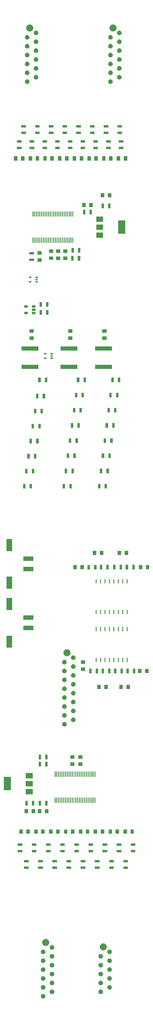
<source format=gts>
G04 #@! TF.GenerationSoftware,KiCad,Pcbnew,5.1.5-52549c5~84~ubuntu18.04.1*
G04 #@! TF.CreationDate,2020-01-27T20:19:36-05:00*
G04 #@! TF.ProjectId,BMS_peripheral,424d535f-7065-4726-9970-686572616c2e,rev?*
G04 #@! TF.SameCoordinates,Original*
G04 #@! TF.FileFunction,Soldermask,Top*
G04 #@! TF.FilePolarity,Negative*
%FSLAX46Y46*%
G04 Gerber Fmt 4.6, Leading zero omitted, Abs format (unit mm)*
G04 Created by KiCad (PCBNEW 5.1.5-52549c5~84~ubuntu18.04.1) date 2020-01-27 20:19:36*
%MOMM*%
%LPD*%
G04 APERTURE LIST*
%ADD10C,0.100000*%
G04 APERTURE END LIST*
D10*
G36*
X129941738Y-365761653D02*
G01*
X129983598Y-365769979D01*
X130032596Y-365790275D01*
X130101889Y-365818977D01*
X130101890Y-365818978D01*
X130208351Y-365890112D01*
X130298888Y-365980649D01*
X130346418Y-366051784D01*
X130370023Y-366087111D01*
X130419021Y-366205403D01*
X130444000Y-366330979D01*
X130444000Y-366459021D01*
X130419021Y-366584597D01*
X130370023Y-366702889D01*
X130370022Y-366702890D01*
X130298888Y-366809351D01*
X130208351Y-366899888D01*
X130137216Y-366947418D01*
X130101889Y-366971023D01*
X130032596Y-366999725D01*
X129983598Y-367020021D01*
X129941738Y-367028347D01*
X129858021Y-367045000D01*
X129729979Y-367045000D01*
X129646262Y-367028347D01*
X129604402Y-367020021D01*
X129555404Y-366999725D01*
X129486111Y-366971023D01*
X129450784Y-366947418D01*
X129379649Y-366899888D01*
X129289112Y-366809351D01*
X129217978Y-366702890D01*
X129217977Y-366702889D01*
X129168979Y-366584597D01*
X129144000Y-366459021D01*
X129144000Y-366330979D01*
X129168979Y-366205403D01*
X129217977Y-366087111D01*
X129241582Y-366051784D01*
X129289112Y-365980649D01*
X129379649Y-365890112D01*
X129486110Y-365818978D01*
X129486111Y-365818977D01*
X129555404Y-365790275D01*
X129604402Y-365769979D01*
X129646262Y-365761653D01*
X129729979Y-365745000D01*
X129858021Y-365745000D01*
X129941738Y-365761653D01*
G37*
G36*
X146451738Y-364491653D02*
G01*
X146493598Y-364499979D01*
X146542596Y-364520275D01*
X146611889Y-364548977D01*
X146611890Y-364548978D01*
X146718351Y-364620112D01*
X146808888Y-364710649D01*
X146856418Y-364781784D01*
X146880023Y-364817111D01*
X146929021Y-364935403D01*
X146954000Y-365060979D01*
X146954000Y-365189021D01*
X146929021Y-365314597D01*
X146880023Y-365432889D01*
X146880022Y-365432890D01*
X146808888Y-365539351D01*
X146718351Y-365629888D01*
X146647216Y-365677418D01*
X146611889Y-365701023D01*
X146542596Y-365729725D01*
X146493598Y-365750021D01*
X146451738Y-365758347D01*
X146368021Y-365775000D01*
X146239979Y-365775000D01*
X146156262Y-365758347D01*
X146114402Y-365750021D01*
X146065404Y-365729725D01*
X145996111Y-365701023D01*
X145960784Y-365677418D01*
X145889649Y-365629888D01*
X145799112Y-365539351D01*
X145727978Y-365432890D01*
X145727977Y-365432889D01*
X145678979Y-365314597D01*
X145654000Y-365189021D01*
X145654000Y-365060979D01*
X145678979Y-364935403D01*
X145727977Y-364817111D01*
X145751582Y-364781784D01*
X145799112Y-364710649D01*
X145889649Y-364620112D01*
X145996110Y-364548978D01*
X145996111Y-364548977D01*
X146065404Y-364520275D01*
X146114402Y-364499979D01*
X146156262Y-364491653D01*
X146239979Y-364475000D01*
X146368021Y-364475000D01*
X146451738Y-364491653D01*
G37*
G36*
X132481738Y-364491653D02*
G01*
X132523598Y-364499979D01*
X132572596Y-364520275D01*
X132641889Y-364548977D01*
X132641890Y-364548978D01*
X132748351Y-364620112D01*
X132838888Y-364710649D01*
X132886418Y-364781784D01*
X132910023Y-364817111D01*
X132959021Y-364935403D01*
X132984000Y-365060979D01*
X132984000Y-365189021D01*
X132959021Y-365314597D01*
X132910023Y-365432889D01*
X132910022Y-365432890D01*
X132838888Y-365539351D01*
X132748351Y-365629888D01*
X132677216Y-365677418D01*
X132641889Y-365701023D01*
X132572596Y-365729725D01*
X132523598Y-365750021D01*
X132481738Y-365758347D01*
X132398021Y-365775000D01*
X132269979Y-365775000D01*
X132186262Y-365758347D01*
X132144402Y-365750021D01*
X132095404Y-365729725D01*
X132026111Y-365701023D01*
X131990784Y-365677418D01*
X131919649Y-365629888D01*
X131829112Y-365539351D01*
X131757978Y-365432890D01*
X131757977Y-365432889D01*
X131708979Y-365314597D01*
X131684000Y-365189021D01*
X131684000Y-365060979D01*
X131708979Y-364935403D01*
X131757977Y-364817111D01*
X131781582Y-364781784D01*
X131829112Y-364710649D01*
X131919649Y-364620112D01*
X132026110Y-364548978D01*
X132026111Y-364548977D01*
X132095404Y-364520275D01*
X132144402Y-364499979D01*
X132186262Y-364491653D01*
X132269979Y-364475000D01*
X132398021Y-364475000D01*
X132481738Y-364491653D01*
G37*
G36*
X148991738Y-363221653D02*
G01*
X149033598Y-363229979D01*
X149082596Y-363250275D01*
X149151889Y-363278977D01*
X149151890Y-363278978D01*
X149258351Y-363350112D01*
X149348888Y-363440649D01*
X149396418Y-363511784D01*
X149420023Y-363547111D01*
X149469021Y-363665403D01*
X149494000Y-363790979D01*
X149494000Y-363919021D01*
X149469021Y-364044597D01*
X149420023Y-364162889D01*
X149420022Y-364162890D01*
X149348888Y-364269351D01*
X149258351Y-364359888D01*
X149187216Y-364407418D01*
X149151889Y-364431023D01*
X149082596Y-364459725D01*
X149033598Y-364480021D01*
X148991738Y-364488347D01*
X148908021Y-364505000D01*
X148779979Y-364505000D01*
X148696262Y-364488347D01*
X148654402Y-364480021D01*
X148605404Y-364459725D01*
X148536111Y-364431023D01*
X148500784Y-364407418D01*
X148429649Y-364359888D01*
X148339112Y-364269351D01*
X148267978Y-364162890D01*
X148267977Y-364162889D01*
X148218979Y-364044597D01*
X148194000Y-363919021D01*
X148194000Y-363790979D01*
X148218979Y-363665403D01*
X148267977Y-363547111D01*
X148291582Y-363511784D01*
X148339112Y-363440649D01*
X148429649Y-363350112D01*
X148536110Y-363278978D01*
X148536111Y-363278977D01*
X148605404Y-363250275D01*
X148654402Y-363229979D01*
X148696262Y-363221653D01*
X148779979Y-363205000D01*
X148908021Y-363205000D01*
X148991738Y-363221653D01*
G37*
G36*
X129941738Y-363221653D02*
G01*
X129983598Y-363229979D01*
X130032596Y-363250275D01*
X130101889Y-363278977D01*
X130101890Y-363278978D01*
X130208351Y-363350112D01*
X130298888Y-363440649D01*
X130346418Y-363511784D01*
X130370023Y-363547111D01*
X130419021Y-363665403D01*
X130444000Y-363790979D01*
X130444000Y-363919021D01*
X130419021Y-364044597D01*
X130370023Y-364162889D01*
X130370022Y-364162890D01*
X130298888Y-364269351D01*
X130208351Y-364359888D01*
X130137216Y-364407418D01*
X130101889Y-364431023D01*
X130032596Y-364459725D01*
X129983598Y-364480021D01*
X129941738Y-364488347D01*
X129858021Y-364505000D01*
X129729979Y-364505000D01*
X129646262Y-364488347D01*
X129604402Y-364480021D01*
X129555404Y-364459725D01*
X129486111Y-364431023D01*
X129450784Y-364407418D01*
X129379649Y-364359888D01*
X129289112Y-364269351D01*
X129217978Y-364162890D01*
X129217977Y-364162889D01*
X129168979Y-364044597D01*
X129144000Y-363919021D01*
X129144000Y-363790979D01*
X129168979Y-363665403D01*
X129217977Y-363547111D01*
X129241582Y-363511784D01*
X129289112Y-363440649D01*
X129379649Y-363350112D01*
X129486110Y-363278978D01*
X129486111Y-363278977D01*
X129555404Y-363250275D01*
X129604402Y-363229979D01*
X129646262Y-363221653D01*
X129729979Y-363205000D01*
X129858021Y-363205000D01*
X129941738Y-363221653D01*
G37*
G36*
X146451738Y-361951653D02*
G01*
X146493598Y-361959979D01*
X146542596Y-361980275D01*
X146611889Y-362008977D01*
X146611890Y-362008978D01*
X146718351Y-362080112D01*
X146808888Y-362170649D01*
X146856418Y-362241784D01*
X146880023Y-362277111D01*
X146929021Y-362395403D01*
X146954000Y-362520979D01*
X146954000Y-362649021D01*
X146929021Y-362774597D01*
X146880023Y-362892889D01*
X146880022Y-362892890D01*
X146808888Y-362999351D01*
X146718351Y-363089888D01*
X146647216Y-363137418D01*
X146611889Y-363161023D01*
X146542596Y-363189725D01*
X146493598Y-363210021D01*
X146451738Y-363218347D01*
X146368021Y-363235000D01*
X146239979Y-363235000D01*
X146156262Y-363218347D01*
X146114402Y-363210021D01*
X146065404Y-363189725D01*
X145996111Y-363161023D01*
X145960784Y-363137418D01*
X145889649Y-363089888D01*
X145799112Y-362999351D01*
X145727978Y-362892890D01*
X145727977Y-362892889D01*
X145678979Y-362774597D01*
X145654000Y-362649021D01*
X145654000Y-362520979D01*
X145678979Y-362395403D01*
X145727977Y-362277111D01*
X145751582Y-362241784D01*
X145799112Y-362170649D01*
X145889649Y-362080112D01*
X145996110Y-362008978D01*
X145996111Y-362008977D01*
X146065404Y-361980275D01*
X146114402Y-361959979D01*
X146156262Y-361951653D01*
X146239979Y-361935000D01*
X146368021Y-361935000D01*
X146451738Y-361951653D01*
G37*
G36*
X132481738Y-361951653D02*
G01*
X132523598Y-361959979D01*
X132572596Y-361980275D01*
X132641889Y-362008977D01*
X132641890Y-362008978D01*
X132748351Y-362080112D01*
X132838888Y-362170649D01*
X132886418Y-362241784D01*
X132910023Y-362277111D01*
X132959021Y-362395403D01*
X132984000Y-362520979D01*
X132984000Y-362649021D01*
X132959021Y-362774597D01*
X132910023Y-362892889D01*
X132910022Y-362892890D01*
X132838888Y-362999351D01*
X132748351Y-363089888D01*
X132677216Y-363137418D01*
X132641889Y-363161023D01*
X132572596Y-363189725D01*
X132523598Y-363210021D01*
X132481738Y-363218347D01*
X132398021Y-363235000D01*
X132269979Y-363235000D01*
X132186262Y-363218347D01*
X132144402Y-363210021D01*
X132095404Y-363189725D01*
X132026111Y-363161023D01*
X131990784Y-363137418D01*
X131919649Y-363089888D01*
X131829112Y-362999351D01*
X131757978Y-362892890D01*
X131757977Y-362892889D01*
X131708979Y-362774597D01*
X131684000Y-362649021D01*
X131684000Y-362520979D01*
X131708979Y-362395403D01*
X131757977Y-362277111D01*
X131781582Y-362241784D01*
X131829112Y-362170649D01*
X131919649Y-362080112D01*
X132026110Y-362008978D01*
X132026111Y-362008977D01*
X132095404Y-361980275D01*
X132144402Y-361959979D01*
X132186262Y-361951653D01*
X132269979Y-361935000D01*
X132398021Y-361935000D01*
X132481738Y-361951653D01*
G37*
G36*
X148991738Y-360681653D02*
G01*
X149033598Y-360689979D01*
X149082596Y-360710275D01*
X149151889Y-360738977D01*
X149151890Y-360738978D01*
X149258351Y-360810112D01*
X149348888Y-360900649D01*
X149396418Y-360971784D01*
X149420023Y-361007111D01*
X149469021Y-361125403D01*
X149494000Y-361250979D01*
X149494000Y-361379021D01*
X149469021Y-361504597D01*
X149420023Y-361622889D01*
X149420022Y-361622890D01*
X149348888Y-361729351D01*
X149258351Y-361819888D01*
X149187216Y-361867418D01*
X149151889Y-361891023D01*
X149082596Y-361919725D01*
X149033598Y-361940021D01*
X148991738Y-361948347D01*
X148908021Y-361965000D01*
X148779979Y-361965000D01*
X148696262Y-361948347D01*
X148654402Y-361940021D01*
X148605404Y-361919725D01*
X148536111Y-361891023D01*
X148500784Y-361867418D01*
X148429649Y-361819888D01*
X148339112Y-361729351D01*
X148267978Y-361622890D01*
X148267977Y-361622889D01*
X148218979Y-361504597D01*
X148194000Y-361379021D01*
X148194000Y-361250979D01*
X148218979Y-361125403D01*
X148267977Y-361007111D01*
X148291582Y-360971784D01*
X148339112Y-360900649D01*
X148429649Y-360810112D01*
X148536110Y-360738978D01*
X148536111Y-360738977D01*
X148605404Y-360710275D01*
X148654402Y-360689979D01*
X148696262Y-360681653D01*
X148779979Y-360665000D01*
X148908021Y-360665000D01*
X148991738Y-360681653D01*
G37*
G36*
X129941738Y-360681653D02*
G01*
X129983598Y-360689979D01*
X130032596Y-360710275D01*
X130101889Y-360738977D01*
X130101890Y-360738978D01*
X130208351Y-360810112D01*
X130298888Y-360900649D01*
X130346418Y-360971784D01*
X130370023Y-361007111D01*
X130419021Y-361125403D01*
X130444000Y-361250979D01*
X130444000Y-361379021D01*
X130419021Y-361504597D01*
X130370023Y-361622889D01*
X130370022Y-361622890D01*
X130298888Y-361729351D01*
X130208351Y-361819888D01*
X130137216Y-361867418D01*
X130101889Y-361891023D01*
X130032596Y-361919725D01*
X129983598Y-361940021D01*
X129941738Y-361948347D01*
X129858021Y-361965000D01*
X129729979Y-361965000D01*
X129646262Y-361948347D01*
X129604402Y-361940021D01*
X129555404Y-361919725D01*
X129486111Y-361891023D01*
X129450784Y-361867418D01*
X129379649Y-361819888D01*
X129289112Y-361729351D01*
X129217978Y-361622890D01*
X129217977Y-361622889D01*
X129168979Y-361504597D01*
X129144000Y-361379021D01*
X129144000Y-361250979D01*
X129168979Y-361125403D01*
X129217977Y-361007111D01*
X129241582Y-360971784D01*
X129289112Y-360900649D01*
X129379649Y-360810112D01*
X129486110Y-360738978D01*
X129486111Y-360738977D01*
X129555404Y-360710275D01*
X129604402Y-360689979D01*
X129646262Y-360681653D01*
X129729979Y-360665000D01*
X129858021Y-360665000D01*
X129941738Y-360681653D01*
G37*
G36*
X132481738Y-359411653D02*
G01*
X132523598Y-359419979D01*
X132572596Y-359440275D01*
X132641889Y-359468977D01*
X132641890Y-359468978D01*
X132748351Y-359540112D01*
X132838888Y-359630649D01*
X132886418Y-359701784D01*
X132910023Y-359737111D01*
X132959021Y-359855403D01*
X132984000Y-359980979D01*
X132984000Y-360109021D01*
X132959021Y-360234597D01*
X132910023Y-360352889D01*
X132910022Y-360352890D01*
X132838888Y-360459351D01*
X132748351Y-360549888D01*
X132677216Y-360597418D01*
X132641889Y-360621023D01*
X132572596Y-360649725D01*
X132523598Y-360670021D01*
X132481738Y-360678347D01*
X132398021Y-360695000D01*
X132269979Y-360695000D01*
X132186262Y-360678347D01*
X132144402Y-360670021D01*
X132095404Y-360649725D01*
X132026111Y-360621023D01*
X131990784Y-360597418D01*
X131919649Y-360549888D01*
X131829112Y-360459351D01*
X131757978Y-360352890D01*
X131757977Y-360352889D01*
X131708979Y-360234597D01*
X131684000Y-360109021D01*
X131684000Y-359980979D01*
X131708979Y-359855403D01*
X131757977Y-359737111D01*
X131781582Y-359701784D01*
X131829112Y-359630649D01*
X131919649Y-359540112D01*
X132026110Y-359468978D01*
X132026111Y-359468977D01*
X132095404Y-359440275D01*
X132144402Y-359419979D01*
X132186262Y-359411653D01*
X132269979Y-359395000D01*
X132398021Y-359395000D01*
X132481738Y-359411653D01*
G37*
G36*
X146451738Y-359411653D02*
G01*
X146493598Y-359419979D01*
X146542596Y-359440275D01*
X146611889Y-359468977D01*
X146611890Y-359468978D01*
X146718351Y-359540112D01*
X146808888Y-359630649D01*
X146856418Y-359701784D01*
X146880023Y-359737111D01*
X146929021Y-359855403D01*
X146954000Y-359980979D01*
X146954000Y-360109021D01*
X146929021Y-360234597D01*
X146880023Y-360352889D01*
X146880022Y-360352890D01*
X146808888Y-360459351D01*
X146718351Y-360549888D01*
X146647216Y-360597418D01*
X146611889Y-360621023D01*
X146542596Y-360649725D01*
X146493598Y-360670021D01*
X146451738Y-360678347D01*
X146368021Y-360695000D01*
X146239979Y-360695000D01*
X146156262Y-360678347D01*
X146114402Y-360670021D01*
X146065404Y-360649725D01*
X145996111Y-360621023D01*
X145960784Y-360597418D01*
X145889649Y-360549888D01*
X145799112Y-360459351D01*
X145727978Y-360352890D01*
X145727977Y-360352889D01*
X145678979Y-360234597D01*
X145654000Y-360109021D01*
X145654000Y-359980979D01*
X145678979Y-359855403D01*
X145727977Y-359737111D01*
X145751582Y-359701784D01*
X145799112Y-359630649D01*
X145889649Y-359540112D01*
X145996110Y-359468978D01*
X145996111Y-359468977D01*
X146065404Y-359440275D01*
X146114402Y-359419979D01*
X146156262Y-359411653D01*
X146239979Y-359395000D01*
X146368021Y-359395000D01*
X146451738Y-359411653D01*
G37*
G36*
X129941738Y-358141653D02*
G01*
X129983598Y-358149979D01*
X130032596Y-358170275D01*
X130101889Y-358198977D01*
X130101890Y-358198978D01*
X130208351Y-358270112D01*
X130298888Y-358360649D01*
X130346418Y-358431784D01*
X130370023Y-358467111D01*
X130419021Y-358585403D01*
X130444000Y-358710979D01*
X130444000Y-358839021D01*
X130419021Y-358964597D01*
X130370023Y-359082889D01*
X130370022Y-359082890D01*
X130298888Y-359189351D01*
X130208351Y-359279888D01*
X130137216Y-359327418D01*
X130101889Y-359351023D01*
X130032596Y-359379725D01*
X129983598Y-359400021D01*
X129941738Y-359408347D01*
X129858021Y-359425000D01*
X129729979Y-359425000D01*
X129646262Y-359408347D01*
X129604402Y-359400021D01*
X129555404Y-359379725D01*
X129486111Y-359351023D01*
X129450784Y-359327418D01*
X129379649Y-359279888D01*
X129289112Y-359189351D01*
X129217978Y-359082890D01*
X129217977Y-359082889D01*
X129168979Y-358964597D01*
X129144000Y-358839021D01*
X129144000Y-358710979D01*
X129168979Y-358585403D01*
X129217977Y-358467111D01*
X129241582Y-358431784D01*
X129289112Y-358360649D01*
X129379649Y-358270112D01*
X129486110Y-358198978D01*
X129486111Y-358198977D01*
X129555404Y-358170275D01*
X129604402Y-358149979D01*
X129646262Y-358141653D01*
X129729979Y-358125000D01*
X129858021Y-358125000D01*
X129941738Y-358141653D01*
G37*
G36*
X148991738Y-358141653D02*
G01*
X149033598Y-358149979D01*
X149082596Y-358170275D01*
X149151889Y-358198977D01*
X149151890Y-358198978D01*
X149258351Y-358270112D01*
X149348888Y-358360649D01*
X149396418Y-358431784D01*
X149420023Y-358467111D01*
X149469021Y-358585403D01*
X149494000Y-358710979D01*
X149494000Y-358839021D01*
X149469021Y-358964597D01*
X149420023Y-359082889D01*
X149420022Y-359082890D01*
X149348888Y-359189351D01*
X149258351Y-359279888D01*
X149187216Y-359327418D01*
X149151889Y-359351023D01*
X149082596Y-359379725D01*
X149033598Y-359400021D01*
X148991738Y-359408347D01*
X148908021Y-359425000D01*
X148779979Y-359425000D01*
X148696262Y-359408347D01*
X148654402Y-359400021D01*
X148605404Y-359379725D01*
X148536111Y-359351023D01*
X148500784Y-359327418D01*
X148429649Y-359279888D01*
X148339112Y-359189351D01*
X148267978Y-359082890D01*
X148267977Y-359082889D01*
X148218979Y-358964597D01*
X148194000Y-358839021D01*
X148194000Y-358710979D01*
X148218979Y-358585403D01*
X148267977Y-358467111D01*
X148291582Y-358431784D01*
X148339112Y-358360649D01*
X148429649Y-358270112D01*
X148536110Y-358198978D01*
X148536111Y-358198977D01*
X148605404Y-358170275D01*
X148654402Y-358149979D01*
X148696262Y-358141653D01*
X148779979Y-358125000D01*
X148908021Y-358125000D01*
X148991738Y-358141653D01*
G37*
G36*
X132481738Y-356871653D02*
G01*
X132523598Y-356879979D01*
X132572596Y-356900275D01*
X132641889Y-356928977D01*
X132641890Y-356928978D01*
X132748351Y-357000112D01*
X132838888Y-357090649D01*
X132886418Y-357161784D01*
X132910023Y-357197111D01*
X132959021Y-357315403D01*
X132984000Y-357440979D01*
X132984000Y-357569021D01*
X132959021Y-357694597D01*
X132910023Y-357812889D01*
X132910022Y-357812890D01*
X132838888Y-357919351D01*
X132748351Y-358009888D01*
X132677216Y-358057418D01*
X132641889Y-358081023D01*
X132572596Y-358109725D01*
X132523598Y-358130021D01*
X132481738Y-358138347D01*
X132398021Y-358155000D01*
X132269979Y-358155000D01*
X132186262Y-358138347D01*
X132144402Y-358130021D01*
X132095404Y-358109725D01*
X132026111Y-358081023D01*
X131990784Y-358057418D01*
X131919649Y-358009888D01*
X131829112Y-357919351D01*
X131757978Y-357812890D01*
X131757977Y-357812889D01*
X131708979Y-357694597D01*
X131684000Y-357569021D01*
X131684000Y-357440979D01*
X131708979Y-357315403D01*
X131757977Y-357197111D01*
X131781582Y-357161784D01*
X131829112Y-357090649D01*
X131919649Y-357000112D01*
X132026110Y-356928978D01*
X132026111Y-356928977D01*
X132095404Y-356900275D01*
X132144402Y-356879979D01*
X132186262Y-356871653D01*
X132269979Y-356855000D01*
X132398021Y-356855000D01*
X132481738Y-356871653D01*
G37*
G36*
X146451738Y-356871653D02*
G01*
X146493598Y-356879979D01*
X146542596Y-356900275D01*
X146611889Y-356928977D01*
X146611890Y-356928978D01*
X146718351Y-357000112D01*
X146808888Y-357090649D01*
X146856418Y-357161784D01*
X146880023Y-357197111D01*
X146929021Y-357315403D01*
X146954000Y-357440979D01*
X146954000Y-357569021D01*
X146929021Y-357694597D01*
X146880023Y-357812889D01*
X146880022Y-357812890D01*
X146808888Y-357919351D01*
X146718351Y-358009888D01*
X146647216Y-358057418D01*
X146611889Y-358081023D01*
X146542596Y-358109725D01*
X146493598Y-358130021D01*
X146451738Y-358138347D01*
X146368021Y-358155000D01*
X146239979Y-358155000D01*
X146156262Y-358138347D01*
X146114402Y-358130021D01*
X146065404Y-358109725D01*
X145996111Y-358081023D01*
X145960784Y-358057418D01*
X145889649Y-358009888D01*
X145799112Y-357919351D01*
X145727978Y-357812890D01*
X145727977Y-357812889D01*
X145678979Y-357694597D01*
X145654000Y-357569021D01*
X145654000Y-357440979D01*
X145678979Y-357315403D01*
X145727977Y-357197111D01*
X145751582Y-357161784D01*
X145799112Y-357090649D01*
X145889649Y-357000112D01*
X145996110Y-356928978D01*
X145996111Y-356928977D01*
X146065404Y-356900275D01*
X146114402Y-356879979D01*
X146156262Y-356871653D01*
X146239979Y-356855000D01*
X146368021Y-356855000D01*
X146451738Y-356871653D01*
G37*
G36*
X148991738Y-355601653D02*
G01*
X149033598Y-355609979D01*
X149082596Y-355630275D01*
X149151889Y-355658977D01*
X149151890Y-355658978D01*
X149258351Y-355730112D01*
X149348888Y-355820649D01*
X149396418Y-355891784D01*
X149420023Y-355927111D01*
X149469021Y-356045403D01*
X149494000Y-356170979D01*
X149494000Y-356299021D01*
X149469021Y-356424597D01*
X149420023Y-356542889D01*
X149420022Y-356542890D01*
X149348888Y-356649351D01*
X149258351Y-356739888D01*
X149187216Y-356787418D01*
X149151889Y-356811023D01*
X149082596Y-356839725D01*
X149033598Y-356860021D01*
X148991738Y-356868347D01*
X148908021Y-356885000D01*
X148779979Y-356885000D01*
X148696262Y-356868347D01*
X148654402Y-356860021D01*
X148605404Y-356839725D01*
X148536111Y-356811023D01*
X148500784Y-356787418D01*
X148429649Y-356739888D01*
X148339112Y-356649351D01*
X148267978Y-356542890D01*
X148267977Y-356542889D01*
X148218979Y-356424597D01*
X148194000Y-356299021D01*
X148194000Y-356170979D01*
X148218979Y-356045403D01*
X148267977Y-355927111D01*
X148291582Y-355891784D01*
X148339112Y-355820649D01*
X148429649Y-355730112D01*
X148536110Y-355658978D01*
X148536111Y-355658977D01*
X148605404Y-355630275D01*
X148654402Y-355609979D01*
X148696262Y-355601653D01*
X148779979Y-355585000D01*
X148908021Y-355585000D01*
X148991738Y-355601653D01*
G37*
G36*
X129941738Y-355601653D02*
G01*
X129983598Y-355609979D01*
X130032596Y-355630275D01*
X130101889Y-355658977D01*
X130101890Y-355658978D01*
X130208351Y-355730112D01*
X130298888Y-355820649D01*
X130346418Y-355891784D01*
X130370023Y-355927111D01*
X130419021Y-356045403D01*
X130444000Y-356170979D01*
X130444000Y-356299021D01*
X130419021Y-356424597D01*
X130370023Y-356542889D01*
X130370022Y-356542890D01*
X130298888Y-356649351D01*
X130208351Y-356739888D01*
X130137216Y-356787418D01*
X130101889Y-356811023D01*
X130032596Y-356839725D01*
X129983598Y-356860021D01*
X129941738Y-356868347D01*
X129858021Y-356885000D01*
X129729979Y-356885000D01*
X129646262Y-356868347D01*
X129604402Y-356860021D01*
X129555404Y-356839725D01*
X129486111Y-356811023D01*
X129450784Y-356787418D01*
X129379649Y-356739888D01*
X129289112Y-356649351D01*
X129217978Y-356542890D01*
X129217977Y-356542889D01*
X129168979Y-356424597D01*
X129144000Y-356299021D01*
X129144000Y-356170979D01*
X129168979Y-356045403D01*
X129217977Y-355927111D01*
X129241582Y-355891784D01*
X129289112Y-355820649D01*
X129379649Y-355730112D01*
X129486110Y-355658978D01*
X129486111Y-355658977D01*
X129555404Y-355630275D01*
X129604402Y-355609979D01*
X129646262Y-355601653D01*
X129729979Y-355585000D01*
X129858021Y-355585000D01*
X129941738Y-355601653D01*
G37*
G36*
X146451738Y-354331653D02*
G01*
X146493598Y-354339979D01*
X146542596Y-354360275D01*
X146611889Y-354388977D01*
X146611890Y-354388978D01*
X146718351Y-354460112D01*
X146808888Y-354550649D01*
X146856418Y-354621784D01*
X146880023Y-354657111D01*
X146929021Y-354775403D01*
X146954000Y-354900979D01*
X146954000Y-355029021D01*
X146929021Y-355154597D01*
X146880023Y-355272889D01*
X146880022Y-355272890D01*
X146808888Y-355379351D01*
X146718351Y-355469888D01*
X146647216Y-355517418D01*
X146611889Y-355541023D01*
X146542596Y-355569725D01*
X146493598Y-355590021D01*
X146451738Y-355598347D01*
X146368021Y-355615000D01*
X146239979Y-355615000D01*
X146156262Y-355598347D01*
X146114402Y-355590021D01*
X146065404Y-355569725D01*
X145996111Y-355541023D01*
X145960784Y-355517418D01*
X145889649Y-355469888D01*
X145799112Y-355379351D01*
X145727978Y-355272890D01*
X145727977Y-355272889D01*
X145678979Y-355154597D01*
X145654000Y-355029021D01*
X145654000Y-354900979D01*
X145678979Y-354775403D01*
X145727977Y-354657111D01*
X145751582Y-354621784D01*
X145799112Y-354550649D01*
X145889649Y-354460112D01*
X145996110Y-354388978D01*
X145996111Y-354388977D01*
X146065404Y-354360275D01*
X146114402Y-354339979D01*
X146156262Y-354331653D01*
X146239979Y-354315000D01*
X146368021Y-354315000D01*
X146451738Y-354331653D01*
G37*
G36*
X132481738Y-354331653D02*
G01*
X132523598Y-354339979D01*
X132572596Y-354360275D01*
X132641889Y-354388977D01*
X132641890Y-354388978D01*
X132748351Y-354460112D01*
X132838888Y-354550649D01*
X132886418Y-354621784D01*
X132910023Y-354657111D01*
X132959021Y-354775403D01*
X132984000Y-354900979D01*
X132984000Y-355029021D01*
X132959021Y-355154597D01*
X132910023Y-355272889D01*
X132910022Y-355272890D01*
X132838888Y-355379351D01*
X132748351Y-355469888D01*
X132677216Y-355517418D01*
X132641889Y-355541023D01*
X132572596Y-355569725D01*
X132523598Y-355590021D01*
X132481738Y-355598347D01*
X132398021Y-355615000D01*
X132269979Y-355615000D01*
X132186262Y-355598347D01*
X132144402Y-355590021D01*
X132095404Y-355569725D01*
X132026111Y-355541023D01*
X131990784Y-355517418D01*
X131919649Y-355469888D01*
X131829112Y-355379351D01*
X131757978Y-355272890D01*
X131757977Y-355272889D01*
X131708979Y-355154597D01*
X131684000Y-355029021D01*
X131684000Y-354900979D01*
X131708979Y-354775403D01*
X131757977Y-354657111D01*
X131781582Y-354621784D01*
X131829112Y-354550649D01*
X131919649Y-354460112D01*
X132026110Y-354388978D01*
X132026111Y-354388977D01*
X132095404Y-354360275D01*
X132144402Y-354339979D01*
X132186262Y-354331653D01*
X132269979Y-354315000D01*
X132398021Y-354315000D01*
X132481738Y-354331653D01*
G37*
G36*
X148991738Y-353061653D02*
G01*
X149033598Y-353069979D01*
X149082596Y-353090275D01*
X149151889Y-353118977D01*
X149151890Y-353118978D01*
X149258351Y-353190112D01*
X149348888Y-353280649D01*
X149396418Y-353351784D01*
X149420023Y-353387111D01*
X149469021Y-353505403D01*
X149494000Y-353630979D01*
X149494000Y-353759021D01*
X149469021Y-353884597D01*
X149420023Y-354002889D01*
X149420022Y-354002890D01*
X149348888Y-354109351D01*
X149258351Y-354199888D01*
X149187216Y-354247418D01*
X149151889Y-354271023D01*
X149082596Y-354299725D01*
X149033598Y-354320021D01*
X148991738Y-354328347D01*
X148908021Y-354345000D01*
X148779979Y-354345000D01*
X148696262Y-354328347D01*
X148654402Y-354320021D01*
X148605404Y-354299725D01*
X148536111Y-354271023D01*
X148500784Y-354247418D01*
X148429649Y-354199888D01*
X148339112Y-354109351D01*
X148267978Y-354002890D01*
X148267977Y-354002889D01*
X148218979Y-353884597D01*
X148194000Y-353759021D01*
X148194000Y-353630979D01*
X148218979Y-353505403D01*
X148267977Y-353387111D01*
X148291582Y-353351784D01*
X148339112Y-353280649D01*
X148429649Y-353190112D01*
X148536110Y-353118978D01*
X148536111Y-353118977D01*
X148605404Y-353090275D01*
X148654402Y-353069979D01*
X148696262Y-353061653D01*
X148779979Y-353045000D01*
X148908021Y-353045000D01*
X148991738Y-353061653D01*
G37*
G36*
X129941738Y-353061653D02*
G01*
X129983598Y-353069979D01*
X130032596Y-353090275D01*
X130101889Y-353118977D01*
X130101890Y-353118978D01*
X130208351Y-353190112D01*
X130298888Y-353280649D01*
X130346418Y-353351784D01*
X130370023Y-353387111D01*
X130419021Y-353505403D01*
X130444000Y-353630979D01*
X130444000Y-353759021D01*
X130419021Y-353884597D01*
X130370023Y-354002889D01*
X130370022Y-354002890D01*
X130298888Y-354109351D01*
X130208351Y-354199888D01*
X130137216Y-354247418D01*
X130101889Y-354271023D01*
X130032596Y-354299725D01*
X129983598Y-354320021D01*
X129941738Y-354328347D01*
X129858021Y-354345000D01*
X129729979Y-354345000D01*
X129646262Y-354328347D01*
X129604402Y-354320021D01*
X129555404Y-354299725D01*
X129486111Y-354271023D01*
X129450784Y-354247418D01*
X129379649Y-354199888D01*
X129289112Y-354109351D01*
X129217978Y-354002890D01*
X129217977Y-354002889D01*
X129168979Y-353884597D01*
X129144000Y-353759021D01*
X129144000Y-353630979D01*
X129168979Y-353505403D01*
X129217977Y-353387111D01*
X129241582Y-353351784D01*
X129289112Y-353280649D01*
X129379649Y-353190112D01*
X129486110Y-353118978D01*
X129486111Y-353118977D01*
X129555404Y-353090275D01*
X129604402Y-353069979D01*
X129646262Y-353061653D01*
X129729979Y-353045000D01*
X129858021Y-353045000D01*
X129941738Y-353061653D01*
G37*
G36*
X147271290Y-351320619D02*
G01*
X147335689Y-351333429D01*
X147517678Y-351408811D01*
X147681463Y-351518249D01*
X147820751Y-351657537D01*
X147930189Y-351821322D01*
X148005571Y-352003311D01*
X148044000Y-352196509D01*
X148044000Y-352393491D01*
X148005571Y-352586689D01*
X147930189Y-352768678D01*
X147820751Y-352932463D01*
X147681463Y-353071751D01*
X147517678Y-353181189D01*
X147335689Y-353256571D01*
X147271290Y-353269381D01*
X147142493Y-353295000D01*
X146945507Y-353295000D01*
X146816710Y-353269381D01*
X146752311Y-353256571D01*
X146570322Y-353181189D01*
X146406537Y-353071751D01*
X146267249Y-352932463D01*
X146157811Y-352768678D01*
X146082429Y-352586689D01*
X146044000Y-352393491D01*
X146044000Y-352196509D01*
X146082429Y-352003311D01*
X146157811Y-351821322D01*
X146267249Y-351657537D01*
X146406537Y-351518249D01*
X146570322Y-351408811D01*
X146752311Y-351333429D01*
X146816710Y-351320619D01*
X146945507Y-351295000D01*
X147142493Y-351295000D01*
X147271290Y-351320619D01*
G37*
G36*
X132481738Y-351791653D02*
G01*
X132523598Y-351799979D01*
X132572596Y-351820275D01*
X132641889Y-351848977D01*
X132641890Y-351848978D01*
X132748351Y-351920112D01*
X132838888Y-352010649D01*
X132886418Y-352081784D01*
X132910023Y-352117111D01*
X132959021Y-352235403D01*
X132984000Y-352360979D01*
X132984000Y-352489021D01*
X132959021Y-352614597D01*
X132910023Y-352732889D01*
X132910022Y-352732890D01*
X132838888Y-352839351D01*
X132748351Y-352929888D01*
X132677216Y-352977418D01*
X132641889Y-353001023D01*
X132572596Y-353029725D01*
X132523598Y-353050021D01*
X132481738Y-353058347D01*
X132398021Y-353075000D01*
X132269979Y-353075000D01*
X132186262Y-353058347D01*
X132144402Y-353050021D01*
X132095404Y-353029725D01*
X132026111Y-353001023D01*
X131990784Y-352977418D01*
X131919649Y-352929888D01*
X131829112Y-352839351D01*
X131757978Y-352732890D01*
X131757977Y-352732889D01*
X131708979Y-352614597D01*
X131684000Y-352489021D01*
X131684000Y-352360979D01*
X131708979Y-352235403D01*
X131757977Y-352117111D01*
X131781582Y-352081784D01*
X131829112Y-352010649D01*
X131919649Y-351920112D01*
X132026110Y-351848978D01*
X132026111Y-351848977D01*
X132095404Y-351820275D01*
X132144402Y-351799979D01*
X132186262Y-351791653D01*
X132269979Y-351775000D01*
X132398021Y-351775000D01*
X132481738Y-351791653D01*
G37*
G36*
X130761290Y-350050619D02*
G01*
X130825689Y-350063429D01*
X131007678Y-350138811D01*
X131171463Y-350248249D01*
X131310751Y-350387537D01*
X131420189Y-350551322D01*
X131495571Y-350733311D01*
X131534000Y-350926509D01*
X131534000Y-351123491D01*
X131495571Y-351316689D01*
X131420189Y-351498678D01*
X131310751Y-351662463D01*
X131171463Y-351801751D01*
X131007678Y-351911189D01*
X130825689Y-351986571D01*
X130761290Y-351999381D01*
X130632493Y-352025000D01*
X130435507Y-352025000D01*
X130306710Y-351999381D01*
X130242311Y-351986571D01*
X130060322Y-351911189D01*
X129896537Y-351801751D01*
X129757249Y-351662463D01*
X129647811Y-351498678D01*
X129572429Y-351316689D01*
X129534000Y-351123491D01*
X129534000Y-350926509D01*
X129572429Y-350733311D01*
X129647811Y-350551322D01*
X129757249Y-350387537D01*
X129896537Y-350248249D01*
X130060322Y-350138811D01*
X130242311Y-350063429D01*
X130306710Y-350050619D01*
X130435507Y-350025000D01*
X130632493Y-350025000D01*
X130761290Y-350050619D01*
G37*
G36*
X150023768Y-329976000D02*
G01*
X148723768Y-329976000D01*
X148723768Y-329276000D01*
X150023768Y-329276000D01*
X150023768Y-329976000D01*
G37*
G36*
X154091400Y-329976000D02*
G01*
X152791400Y-329976000D01*
X152791400Y-329276000D01*
X154091400Y-329276000D01*
X154091400Y-329976000D01*
G37*
G36*
X129685628Y-329976000D02*
G01*
X128385628Y-329976000D01*
X128385628Y-329276000D01*
X129685628Y-329276000D01*
X129685628Y-329976000D01*
G37*
G36*
X145956140Y-329976000D02*
G01*
X144656140Y-329976000D01*
X144656140Y-329276000D01*
X145956140Y-329276000D01*
X145956140Y-329976000D01*
G37*
G36*
X125618000Y-329976000D02*
G01*
X124318000Y-329976000D01*
X124318000Y-329276000D01*
X125618000Y-329276000D01*
X125618000Y-329976000D01*
G37*
G36*
X141888512Y-329976000D02*
G01*
X140588512Y-329976000D01*
X140588512Y-329276000D01*
X141888512Y-329276000D01*
X141888512Y-329976000D01*
G37*
G36*
X137820884Y-329976000D02*
G01*
X136520884Y-329976000D01*
X136520884Y-329276000D01*
X137820884Y-329276000D01*
X137820884Y-329976000D01*
G37*
G36*
X133753256Y-329976000D02*
G01*
X132453256Y-329976000D01*
X132453256Y-329276000D01*
X133753256Y-329276000D01*
X133753256Y-329976000D01*
G37*
G36*
X133753256Y-328076000D02*
G01*
X132453256Y-328076000D01*
X132453256Y-327376000D01*
X133753256Y-327376000D01*
X133753256Y-328076000D01*
G37*
G36*
X141888512Y-328076000D02*
G01*
X140588512Y-328076000D01*
X140588512Y-327376000D01*
X141888512Y-327376000D01*
X141888512Y-328076000D01*
G37*
G36*
X145956140Y-328076000D02*
G01*
X144656140Y-328076000D01*
X144656140Y-327376000D01*
X145956140Y-327376000D01*
X145956140Y-328076000D01*
G37*
G36*
X150023768Y-328076000D02*
G01*
X148723768Y-328076000D01*
X148723768Y-327376000D01*
X150023768Y-327376000D01*
X150023768Y-328076000D01*
G37*
G36*
X129685628Y-328076000D02*
G01*
X128385628Y-328076000D01*
X128385628Y-327376000D01*
X129685628Y-327376000D01*
X129685628Y-328076000D01*
G37*
G36*
X154091400Y-328076000D02*
G01*
X152791400Y-328076000D01*
X152791400Y-327376000D01*
X154091400Y-327376000D01*
X154091400Y-328076000D01*
G37*
G36*
X137820884Y-328076000D02*
G01*
X136520884Y-328076000D01*
X136520884Y-327376000D01*
X137820884Y-327376000D01*
X137820884Y-328076000D01*
G37*
G36*
X125618000Y-328076000D02*
G01*
X124318000Y-328076000D01*
X124318000Y-327376000D01*
X125618000Y-327376000D01*
X125618000Y-328076000D01*
G37*
G36*
X135993900Y-325251600D02*
G01*
X134693900Y-325251600D01*
X134693900Y-324551600D01*
X135993900Y-324551600D01*
X135993900Y-325251600D01*
G37*
G36*
X152199100Y-325251600D02*
G01*
X150899100Y-325251600D01*
X150899100Y-324551600D01*
X152199100Y-324551600D01*
X152199100Y-325251600D01*
G37*
G36*
X123840000Y-325251600D02*
G01*
X122540000Y-325251600D01*
X122540000Y-324551600D01*
X123840000Y-324551600D01*
X123840000Y-325251600D01*
G37*
G36*
X144096500Y-325251600D02*
G01*
X142796500Y-325251600D01*
X142796500Y-324551600D01*
X144096500Y-324551600D01*
X144096500Y-325251600D01*
G37*
G36*
X131942600Y-325251600D02*
G01*
X130642600Y-325251600D01*
X130642600Y-324551600D01*
X131942600Y-324551600D01*
X131942600Y-325251600D01*
G37*
G36*
X140045200Y-325251600D02*
G01*
X138745200Y-325251600D01*
X138745200Y-324551600D01*
X140045200Y-324551600D01*
X140045200Y-325251600D01*
G37*
G36*
X148147800Y-325251600D02*
G01*
X146847800Y-325251600D01*
X146847800Y-324551600D01*
X148147800Y-324551600D01*
X148147800Y-325251600D01*
G37*
G36*
X156250400Y-325251600D02*
G01*
X154950400Y-325251600D01*
X154950400Y-324551600D01*
X156250400Y-324551600D01*
X156250400Y-325251600D01*
G37*
G36*
X127891300Y-325251600D02*
G01*
X126591300Y-325251600D01*
X126591300Y-324551600D01*
X127891300Y-324551600D01*
X127891300Y-325251600D01*
G37*
G36*
X135993900Y-323351600D02*
G01*
X134693900Y-323351600D01*
X134693900Y-322651600D01*
X135993900Y-322651600D01*
X135993900Y-323351600D01*
G37*
G36*
X127891300Y-323351600D02*
G01*
X126591300Y-323351600D01*
X126591300Y-322651600D01*
X127891300Y-322651600D01*
X127891300Y-323351600D01*
G37*
G36*
X156250400Y-323351600D02*
G01*
X154950400Y-323351600D01*
X154950400Y-322651600D01*
X156250400Y-322651600D01*
X156250400Y-323351600D01*
G37*
G36*
X152199100Y-323351600D02*
G01*
X150899100Y-323351600D01*
X150899100Y-322651600D01*
X152199100Y-322651600D01*
X152199100Y-323351600D01*
G37*
G36*
X148147800Y-323351600D02*
G01*
X146847800Y-323351600D01*
X146847800Y-322651600D01*
X148147800Y-322651600D01*
X148147800Y-323351600D01*
G37*
G36*
X144096500Y-323351600D02*
G01*
X142796500Y-323351600D01*
X142796500Y-322651600D01*
X144096500Y-322651600D01*
X144096500Y-323351600D01*
G37*
G36*
X140045200Y-323351600D02*
G01*
X138745200Y-323351600D01*
X138745200Y-322651600D01*
X140045200Y-322651600D01*
X140045200Y-323351600D01*
G37*
G36*
X123840000Y-323351600D02*
G01*
X122540000Y-323351600D01*
X122540000Y-322651600D01*
X123840000Y-322651600D01*
X123840000Y-323351600D01*
G37*
G36*
X131942600Y-323351600D02*
G01*
X130642600Y-323351600D01*
X130642600Y-322651600D01*
X131942600Y-322651600D01*
X131942600Y-323351600D01*
G37*
G36*
X149565484Y-319903000D02*
G01*
X148565484Y-319903000D01*
X148565484Y-318653000D01*
X149565484Y-318653000D01*
X149565484Y-319903000D01*
G37*
G36*
X125976000Y-319903000D02*
G01*
X124976000Y-319903000D01*
X124976000Y-318653000D01*
X125976000Y-318653000D01*
X125976000Y-319903000D01*
G37*
G36*
X130240914Y-319903000D02*
G01*
X129240914Y-319903000D01*
X129240914Y-318653000D01*
X130240914Y-318653000D01*
X130240914Y-319903000D01*
G37*
G36*
X128240914Y-319903000D02*
G01*
X127240914Y-319903000D01*
X127240914Y-318653000D01*
X128240914Y-318653000D01*
X128240914Y-319903000D01*
G37*
G36*
X134505828Y-319903000D02*
G01*
X133505828Y-319903000D01*
X133505828Y-318653000D01*
X134505828Y-318653000D01*
X134505828Y-319903000D01*
G37*
G36*
X132505828Y-319903000D02*
G01*
X131505828Y-319903000D01*
X131505828Y-318653000D01*
X132505828Y-318653000D01*
X132505828Y-319903000D01*
G37*
G36*
X138770742Y-319903000D02*
G01*
X137770742Y-319903000D01*
X137770742Y-318653000D01*
X138770742Y-318653000D01*
X138770742Y-319903000D01*
G37*
G36*
X136770742Y-319903000D02*
G01*
X135770742Y-319903000D01*
X135770742Y-318653000D01*
X136770742Y-318653000D01*
X136770742Y-319903000D01*
G37*
G36*
X147300570Y-319903000D02*
G01*
X146300570Y-319903000D01*
X146300570Y-318653000D01*
X147300570Y-318653000D01*
X147300570Y-319903000D01*
G37*
G36*
X141035656Y-319903000D02*
G01*
X140035656Y-319903000D01*
X140035656Y-318653000D01*
X141035656Y-318653000D01*
X141035656Y-319903000D01*
G37*
G36*
X123976000Y-319903000D02*
G01*
X122976000Y-319903000D01*
X122976000Y-318653000D01*
X123976000Y-318653000D01*
X123976000Y-319903000D01*
G37*
G36*
X153830400Y-319903000D02*
G01*
X152830400Y-319903000D01*
X152830400Y-318653000D01*
X153830400Y-318653000D01*
X153830400Y-319903000D01*
G37*
G36*
X155830400Y-319903000D02*
G01*
X154830400Y-319903000D01*
X154830400Y-318653000D01*
X155830400Y-318653000D01*
X155830400Y-319903000D01*
G37*
G36*
X151565484Y-319903000D02*
G01*
X150565484Y-319903000D01*
X150565484Y-318653000D01*
X151565484Y-318653000D01*
X151565484Y-319903000D01*
G37*
G36*
X145300570Y-319903000D02*
G01*
X144300570Y-319903000D01*
X144300570Y-318653000D01*
X145300570Y-318653000D01*
X145300570Y-319903000D01*
G37*
G36*
X143035656Y-319903000D02*
G01*
X142035656Y-319903000D01*
X142035656Y-318653000D01*
X143035656Y-318653000D01*
X143035656Y-319903000D01*
G37*
G36*
X131294000Y-314061000D02*
G01*
X130294000Y-314061000D01*
X130294000Y-312811000D01*
X131294000Y-312811000D01*
X131294000Y-314061000D01*
G37*
G36*
X125484000Y-314061000D02*
G01*
X124484000Y-314061000D01*
X124484000Y-312811000D01*
X125484000Y-312811000D01*
X125484000Y-314061000D01*
G37*
G36*
X127484000Y-314061000D02*
G01*
X126484000Y-314061000D01*
X126484000Y-312811000D01*
X127484000Y-312811000D01*
X127484000Y-314061000D01*
G37*
G36*
X129294000Y-314061000D02*
G01*
X128294000Y-314061000D01*
X128294000Y-312811000D01*
X129294000Y-312811000D01*
X129294000Y-314061000D01*
G37*
G36*
X129194000Y-311800000D02*
G01*
X128494000Y-311800000D01*
X128494000Y-310500000D01*
X129194000Y-310500000D01*
X129194000Y-311800000D01*
G37*
G36*
X125384000Y-311800000D02*
G01*
X124684000Y-311800000D01*
X124684000Y-310500000D01*
X125384000Y-310500000D01*
X125384000Y-311800000D01*
G37*
G36*
X127284000Y-311800000D02*
G01*
X126584000Y-311800000D01*
X126584000Y-310500000D01*
X127284000Y-310500000D01*
X127284000Y-311800000D01*
G37*
G36*
X131094000Y-311800000D02*
G01*
X130394000Y-311800000D01*
X130394000Y-310500000D01*
X131094000Y-310500000D01*
X131094000Y-311800000D01*
G37*
G36*
X139313000Y-311078000D02*
G01*
X139063000Y-311078000D01*
X139063000Y-309578000D01*
X139313000Y-309578000D01*
X139313000Y-311078000D01*
G37*
G36*
X138813000Y-311078000D02*
G01*
X138563000Y-311078000D01*
X138563000Y-309578000D01*
X138813000Y-309578000D01*
X138813000Y-311078000D01*
G37*
G36*
X138313000Y-311078000D02*
G01*
X138063000Y-311078000D01*
X138063000Y-309578000D01*
X138313000Y-309578000D01*
X138313000Y-311078000D01*
G37*
G36*
X137813000Y-311078000D02*
G01*
X137563000Y-311078000D01*
X137563000Y-309578000D01*
X137813000Y-309578000D01*
X137813000Y-311078000D01*
G37*
G36*
X136813000Y-311078000D02*
G01*
X136563000Y-311078000D01*
X136563000Y-309578000D01*
X136813000Y-309578000D01*
X136813000Y-311078000D01*
G37*
G36*
X136313000Y-311078000D02*
G01*
X136063000Y-311078000D01*
X136063000Y-309578000D01*
X136313000Y-309578000D01*
X136313000Y-311078000D01*
G37*
G36*
X135813000Y-311078000D02*
G01*
X135563000Y-311078000D01*
X135563000Y-309578000D01*
X135813000Y-309578000D01*
X135813000Y-311078000D01*
G37*
G36*
X135313000Y-311078000D02*
G01*
X135063000Y-311078000D01*
X135063000Y-309578000D01*
X135313000Y-309578000D01*
X135313000Y-311078000D01*
G37*
G36*
X134813000Y-311078000D02*
G01*
X134563000Y-311078000D01*
X134563000Y-309578000D01*
X134813000Y-309578000D01*
X134813000Y-311078000D01*
G37*
G36*
X134313000Y-311078000D02*
G01*
X134063000Y-311078000D01*
X134063000Y-309578000D01*
X134313000Y-309578000D01*
X134313000Y-311078000D01*
G37*
G36*
X133813000Y-311078000D02*
G01*
X133563000Y-311078000D01*
X133563000Y-309578000D01*
X133813000Y-309578000D01*
X133813000Y-311078000D01*
G37*
G36*
X133313000Y-311078000D02*
G01*
X133063000Y-311078000D01*
X133063000Y-309578000D01*
X133313000Y-309578000D01*
X133313000Y-311078000D01*
G37*
G36*
X140313000Y-311078000D02*
G01*
X140063000Y-311078000D01*
X140063000Y-309578000D01*
X140313000Y-309578000D01*
X140313000Y-311078000D01*
G37*
G36*
X140813000Y-311078000D02*
G01*
X140563000Y-311078000D01*
X140563000Y-309578000D01*
X140813000Y-309578000D01*
X140813000Y-311078000D01*
G37*
G36*
X141313000Y-311078000D02*
G01*
X141063000Y-311078000D01*
X141063000Y-309578000D01*
X141313000Y-309578000D01*
X141313000Y-311078000D01*
G37*
G36*
X137313000Y-311078000D02*
G01*
X137063000Y-311078000D01*
X137063000Y-309578000D01*
X137313000Y-309578000D01*
X137313000Y-311078000D01*
G37*
G36*
X141813000Y-311078000D02*
G01*
X141563000Y-311078000D01*
X141563000Y-309578000D01*
X141813000Y-309578000D01*
X141813000Y-311078000D01*
G37*
G36*
X144813000Y-311078000D02*
G01*
X144563000Y-311078000D01*
X144563000Y-309578000D01*
X144813000Y-309578000D01*
X144813000Y-311078000D01*
G37*
G36*
X142313000Y-311078000D02*
G01*
X142063000Y-311078000D01*
X142063000Y-309578000D01*
X142313000Y-309578000D01*
X142313000Y-311078000D01*
G37*
G36*
X142813000Y-311078000D02*
G01*
X142563000Y-311078000D01*
X142563000Y-309578000D01*
X142813000Y-309578000D01*
X142813000Y-311078000D01*
G37*
G36*
X143313000Y-311078000D02*
G01*
X143063000Y-311078000D01*
X143063000Y-309578000D01*
X143313000Y-309578000D01*
X143313000Y-311078000D01*
G37*
G36*
X143813000Y-311078000D02*
G01*
X143563000Y-311078000D01*
X143563000Y-309578000D01*
X143813000Y-309578000D01*
X143813000Y-311078000D01*
G37*
G36*
X144313000Y-311078000D02*
G01*
X144063000Y-311078000D01*
X144063000Y-309578000D01*
X144313000Y-309578000D01*
X144313000Y-311078000D01*
G37*
G36*
X139813000Y-311078000D02*
G01*
X139563000Y-311078000D01*
X139563000Y-309578000D01*
X139813000Y-309578000D01*
X139813000Y-311078000D01*
G37*
G36*
X126832000Y-308612000D02*
G01*
X124832000Y-308612000D01*
X124832000Y-307112000D01*
X126832000Y-307112000D01*
X126832000Y-308612000D01*
G37*
G36*
X120532000Y-307462000D02*
G01*
X118532000Y-307462000D01*
X118532000Y-303662000D01*
X120532000Y-303662000D01*
X120532000Y-307462000D01*
G37*
G36*
X126832000Y-306312000D02*
G01*
X124832000Y-306312000D01*
X124832000Y-304812000D01*
X126832000Y-304812000D01*
X126832000Y-306312000D01*
G37*
G36*
X126832000Y-304012000D02*
G01*
X124832000Y-304012000D01*
X124832000Y-302512000D01*
X126832000Y-302512000D01*
X126832000Y-304012000D01*
G37*
G36*
X141813000Y-303613000D02*
G01*
X141563000Y-303613000D01*
X141563000Y-302113000D01*
X141813000Y-302113000D01*
X141813000Y-303613000D01*
G37*
G36*
X140813000Y-303613000D02*
G01*
X140563000Y-303613000D01*
X140563000Y-302113000D01*
X140813000Y-302113000D01*
X140813000Y-303613000D01*
G37*
G36*
X140313000Y-303613000D02*
G01*
X140063000Y-303613000D01*
X140063000Y-302113000D01*
X140313000Y-302113000D01*
X140313000Y-303613000D01*
G37*
G36*
X139813000Y-303613000D02*
G01*
X139563000Y-303613000D01*
X139563000Y-302113000D01*
X139813000Y-302113000D01*
X139813000Y-303613000D01*
G37*
G36*
X139313000Y-303613000D02*
G01*
X139063000Y-303613000D01*
X139063000Y-302113000D01*
X139313000Y-302113000D01*
X139313000Y-303613000D01*
G37*
G36*
X138313000Y-303613000D02*
G01*
X138063000Y-303613000D01*
X138063000Y-302113000D01*
X138313000Y-302113000D01*
X138313000Y-303613000D01*
G37*
G36*
X144813000Y-303613000D02*
G01*
X144563000Y-303613000D01*
X144563000Y-302113000D01*
X144813000Y-302113000D01*
X144813000Y-303613000D01*
G37*
G36*
X137813000Y-303613000D02*
G01*
X137563000Y-303613000D01*
X137563000Y-302113000D01*
X137813000Y-302113000D01*
X137813000Y-303613000D01*
G37*
G36*
X137313000Y-303613000D02*
G01*
X137063000Y-303613000D01*
X137063000Y-302113000D01*
X137313000Y-302113000D01*
X137313000Y-303613000D01*
G37*
G36*
X136813000Y-303613000D02*
G01*
X136563000Y-303613000D01*
X136563000Y-302113000D01*
X136813000Y-302113000D01*
X136813000Y-303613000D01*
G37*
G36*
X136313000Y-303613000D02*
G01*
X136063000Y-303613000D01*
X136063000Y-302113000D01*
X136313000Y-302113000D01*
X136313000Y-303613000D01*
G37*
G36*
X135813000Y-303613000D02*
G01*
X135563000Y-303613000D01*
X135563000Y-302113000D01*
X135813000Y-302113000D01*
X135813000Y-303613000D01*
G37*
G36*
X134813000Y-303613000D02*
G01*
X134563000Y-303613000D01*
X134563000Y-302113000D01*
X134813000Y-302113000D01*
X134813000Y-303613000D01*
G37*
G36*
X135313000Y-303613000D02*
G01*
X135063000Y-303613000D01*
X135063000Y-302113000D01*
X135313000Y-302113000D01*
X135313000Y-303613000D01*
G37*
G36*
X142313000Y-303613000D02*
G01*
X142063000Y-303613000D01*
X142063000Y-302113000D01*
X142313000Y-302113000D01*
X142313000Y-303613000D01*
G37*
G36*
X141313000Y-303613000D02*
G01*
X141063000Y-303613000D01*
X141063000Y-302113000D01*
X141313000Y-302113000D01*
X141313000Y-303613000D01*
G37*
G36*
X142813000Y-303613000D02*
G01*
X142563000Y-303613000D01*
X142563000Y-302113000D01*
X142813000Y-302113000D01*
X142813000Y-303613000D01*
G37*
G36*
X143313000Y-303613000D02*
G01*
X143063000Y-303613000D01*
X143063000Y-302113000D01*
X143313000Y-302113000D01*
X143313000Y-303613000D01*
G37*
G36*
X143813000Y-303613000D02*
G01*
X143563000Y-303613000D01*
X143563000Y-302113000D01*
X143813000Y-302113000D01*
X143813000Y-303613000D01*
G37*
G36*
X138813000Y-303613000D02*
G01*
X138563000Y-303613000D01*
X138563000Y-302113000D01*
X138813000Y-302113000D01*
X138813000Y-303613000D01*
G37*
G36*
X144313000Y-303613000D02*
G01*
X144063000Y-303613000D01*
X144063000Y-302113000D01*
X144313000Y-302113000D01*
X144313000Y-303613000D01*
G37*
G36*
X134313000Y-303613000D02*
G01*
X134063000Y-303613000D01*
X134063000Y-302113000D01*
X134313000Y-302113000D01*
X134313000Y-303613000D01*
G37*
G36*
X133313000Y-303613000D02*
G01*
X133063000Y-303613000D01*
X133063000Y-302113000D01*
X133313000Y-302113000D01*
X133313000Y-303613000D01*
G37*
G36*
X133813000Y-303613000D02*
G01*
X133563000Y-303613000D01*
X133563000Y-302113000D01*
X133813000Y-302113000D01*
X133813000Y-303613000D01*
G37*
G36*
X131094000Y-300624000D02*
G01*
X130394000Y-300624000D01*
X130394000Y-299324000D01*
X131094000Y-299324000D01*
X131094000Y-300624000D01*
G37*
G36*
X129194000Y-300624000D02*
G01*
X128494000Y-300624000D01*
X128494000Y-299324000D01*
X129194000Y-299324000D01*
X129194000Y-300624000D01*
G37*
G36*
X141087000Y-300474000D02*
G01*
X139837000Y-300474000D01*
X139837000Y-299474000D01*
X141087000Y-299474000D01*
X141087000Y-300474000D01*
G37*
G36*
X138801000Y-300458000D02*
G01*
X137551000Y-300458000D01*
X137551000Y-299458000D01*
X138801000Y-299458000D01*
X138801000Y-300458000D01*
G37*
G36*
X129194000Y-298592000D02*
G01*
X128494000Y-298592000D01*
X128494000Y-297292000D01*
X129194000Y-297292000D01*
X129194000Y-298592000D01*
G37*
G36*
X131094000Y-298592000D02*
G01*
X130394000Y-298592000D01*
X130394000Y-297292000D01*
X131094000Y-297292000D01*
X131094000Y-298592000D01*
G37*
G36*
X141087000Y-298474000D02*
G01*
X139837000Y-298474000D01*
X139837000Y-297474000D01*
X141087000Y-297474000D01*
X141087000Y-298474000D01*
G37*
G36*
X138801000Y-298458000D02*
G01*
X137551000Y-298458000D01*
X137551000Y-297458000D01*
X138801000Y-297458000D01*
X138801000Y-298458000D01*
G37*
G36*
X136037738Y-287910653D02*
G01*
X136079598Y-287918979D01*
X136128596Y-287939275D01*
X136197889Y-287967977D01*
X136197890Y-287967978D01*
X136304351Y-288039112D01*
X136394888Y-288129649D01*
X136442418Y-288200784D01*
X136466023Y-288236111D01*
X136515021Y-288354403D01*
X136540000Y-288479979D01*
X136540000Y-288608021D01*
X136515021Y-288733597D01*
X136466023Y-288851889D01*
X136466022Y-288851890D01*
X136394888Y-288958351D01*
X136304351Y-289048888D01*
X136233216Y-289096418D01*
X136197889Y-289120023D01*
X136128596Y-289148725D01*
X136079598Y-289169021D01*
X136037738Y-289177347D01*
X135954021Y-289194000D01*
X135825979Y-289194000D01*
X135742262Y-289177347D01*
X135700402Y-289169021D01*
X135651404Y-289148725D01*
X135582111Y-289120023D01*
X135546784Y-289096418D01*
X135475649Y-289048888D01*
X135385112Y-288958351D01*
X135313978Y-288851890D01*
X135313977Y-288851889D01*
X135264979Y-288733597D01*
X135240000Y-288608021D01*
X135240000Y-288479979D01*
X135264979Y-288354403D01*
X135313977Y-288236111D01*
X135337582Y-288200784D01*
X135385112Y-288129649D01*
X135475649Y-288039112D01*
X135582110Y-287967978D01*
X135582111Y-287967977D01*
X135651404Y-287939275D01*
X135700402Y-287918979D01*
X135742262Y-287910653D01*
X135825979Y-287894000D01*
X135954021Y-287894000D01*
X136037738Y-287910653D01*
G37*
G36*
X138577738Y-286640653D02*
G01*
X138619598Y-286648979D01*
X138668596Y-286669275D01*
X138737889Y-286697977D01*
X138737890Y-286697978D01*
X138844351Y-286769112D01*
X138934888Y-286859649D01*
X138982418Y-286930784D01*
X139006023Y-286966111D01*
X139055021Y-287084403D01*
X139080000Y-287209979D01*
X139080000Y-287338021D01*
X139055021Y-287463597D01*
X139006023Y-287581889D01*
X139006022Y-287581890D01*
X138934888Y-287688351D01*
X138844351Y-287778888D01*
X138773216Y-287826418D01*
X138737889Y-287850023D01*
X138668596Y-287878725D01*
X138619598Y-287899021D01*
X138577738Y-287907347D01*
X138494021Y-287924000D01*
X138365979Y-287924000D01*
X138282262Y-287907347D01*
X138240402Y-287899021D01*
X138191404Y-287878725D01*
X138122111Y-287850023D01*
X138086784Y-287826418D01*
X138015649Y-287778888D01*
X137925112Y-287688351D01*
X137853978Y-287581890D01*
X137853977Y-287581889D01*
X137804979Y-287463597D01*
X137780000Y-287338021D01*
X137780000Y-287209979D01*
X137804979Y-287084403D01*
X137853977Y-286966111D01*
X137877582Y-286930784D01*
X137925112Y-286859649D01*
X138015649Y-286769112D01*
X138122110Y-286697978D01*
X138122111Y-286697977D01*
X138191404Y-286669275D01*
X138240402Y-286648979D01*
X138282262Y-286640653D01*
X138365979Y-286624000D01*
X138494021Y-286624000D01*
X138577738Y-286640653D01*
G37*
G36*
X136037738Y-285370653D02*
G01*
X136079598Y-285378979D01*
X136128596Y-285399275D01*
X136197889Y-285427977D01*
X136197890Y-285427978D01*
X136304351Y-285499112D01*
X136394888Y-285589649D01*
X136442418Y-285660784D01*
X136466023Y-285696111D01*
X136515021Y-285814403D01*
X136540000Y-285939979D01*
X136540000Y-286068021D01*
X136515021Y-286193597D01*
X136466023Y-286311889D01*
X136466022Y-286311890D01*
X136394888Y-286418351D01*
X136304351Y-286508888D01*
X136233216Y-286556418D01*
X136197889Y-286580023D01*
X136128596Y-286608725D01*
X136079598Y-286629021D01*
X136037738Y-286637347D01*
X135954021Y-286654000D01*
X135825979Y-286654000D01*
X135742262Y-286637347D01*
X135700402Y-286629021D01*
X135651404Y-286608725D01*
X135582111Y-286580023D01*
X135546784Y-286556418D01*
X135475649Y-286508888D01*
X135385112Y-286418351D01*
X135313978Y-286311890D01*
X135313977Y-286311889D01*
X135264979Y-286193597D01*
X135240000Y-286068021D01*
X135240000Y-285939979D01*
X135264979Y-285814403D01*
X135313977Y-285696111D01*
X135337582Y-285660784D01*
X135385112Y-285589649D01*
X135475649Y-285499112D01*
X135582110Y-285427978D01*
X135582111Y-285427977D01*
X135651404Y-285399275D01*
X135700402Y-285378979D01*
X135742262Y-285370653D01*
X135825979Y-285354000D01*
X135954021Y-285354000D01*
X136037738Y-285370653D01*
G37*
G36*
X138577738Y-284100653D02*
G01*
X138619598Y-284108979D01*
X138668596Y-284129275D01*
X138737889Y-284157977D01*
X138737890Y-284157978D01*
X138844351Y-284229112D01*
X138934888Y-284319649D01*
X138982418Y-284390784D01*
X139006023Y-284426111D01*
X139055021Y-284544403D01*
X139080000Y-284669979D01*
X139080000Y-284798021D01*
X139055021Y-284923597D01*
X139006023Y-285041889D01*
X139006022Y-285041890D01*
X138934888Y-285148351D01*
X138844351Y-285238888D01*
X138773216Y-285286418D01*
X138737889Y-285310023D01*
X138668596Y-285338725D01*
X138619598Y-285359021D01*
X138577738Y-285367347D01*
X138494021Y-285384000D01*
X138365979Y-285384000D01*
X138282262Y-285367347D01*
X138240402Y-285359021D01*
X138191404Y-285338725D01*
X138122111Y-285310023D01*
X138086784Y-285286418D01*
X138015649Y-285238888D01*
X137925112Y-285148351D01*
X137853978Y-285041890D01*
X137853977Y-285041889D01*
X137804979Y-284923597D01*
X137780000Y-284798021D01*
X137780000Y-284669979D01*
X137804979Y-284544403D01*
X137853977Y-284426111D01*
X137877582Y-284390784D01*
X137925112Y-284319649D01*
X138015649Y-284229112D01*
X138122110Y-284157978D01*
X138122111Y-284157977D01*
X138191404Y-284129275D01*
X138240402Y-284108979D01*
X138282262Y-284100653D01*
X138365979Y-284084000D01*
X138494021Y-284084000D01*
X138577738Y-284100653D01*
G37*
G36*
X136037738Y-282830653D02*
G01*
X136079598Y-282838979D01*
X136128596Y-282859275D01*
X136197889Y-282887977D01*
X136197890Y-282887978D01*
X136304351Y-282959112D01*
X136394888Y-283049649D01*
X136442418Y-283120784D01*
X136466023Y-283156111D01*
X136515021Y-283274403D01*
X136540000Y-283399979D01*
X136540000Y-283528021D01*
X136515021Y-283653597D01*
X136466023Y-283771889D01*
X136466022Y-283771890D01*
X136394888Y-283878351D01*
X136304351Y-283968888D01*
X136233216Y-284016418D01*
X136197889Y-284040023D01*
X136128596Y-284068725D01*
X136079598Y-284089021D01*
X136037738Y-284097347D01*
X135954021Y-284114000D01*
X135825979Y-284114000D01*
X135742262Y-284097347D01*
X135700402Y-284089021D01*
X135651404Y-284068725D01*
X135582111Y-284040023D01*
X135546784Y-284016418D01*
X135475649Y-283968888D01*
X135385112Y-283878351D01*
X135313978Y-283771890D01*
X135313977Y-283771889D01*
X135264979Y-283653597D01*
X135240000Y-283528021D01*
X135240000Y-283399979D01*
X135264979Y-283274403D01*
X135313977Y-283156111D01*
X135337582Y-283120784D01*
X135385112Y-283049649D01*
X135475649Y-282959112D01*
X135582110Y-282887978D01*
X135582111Y-282887977D01*
X135651404Y-282859275D01*
X135700402Y-282838979D01*
X135742262Y-282830653D01*
X135825979Y-282814000D01*
X135954021Y-282814000D01*
X136037738Y-282830653D01*
G37*
G36*
X138577738Y-281560653D02*
G01*
X138619598Y-281568979D01*
X138668596Y-281589275D01*
X138737889Y-281617977D01*
X138737890Y-281617978D01*
X138844351Y-281689112D01*
X138934888Y-281779649D01*
X138982418Y-281850784D01*
X139006023Y-281886111D01*
X139055021Y-282004403D01*
X139080000Y-282129979D01*
X139080000Y-282258021D01*
X139055021Y-282383597D01*
X139006023Y-282501889D01*
X139006022Y-282501890D01*
X138934888Y-282608351D01*
X138844351Y-282698888D01*
X138773216Y-282746418D01*
X138737889Y-282770023D01*
X138668596Y-282798725D01*
X138619598Y-282819021D01*
X138577738Y-282827347D01*
X138494021Y-282844000D01*
X138365979Y-282844000D01*
X138282262Y-282827347D01*
X138240402Y-282819021D01*
X138191404Y-282798725D01*
X138122111Y-282770023D01*
X138086784Y-282746418D01*
X138015649Y-282698888D01*
X137925112Y-282608351D01*
X137853978Y-282501890D01*
X137853977Y-282501889D01*
X137804979Y-282383597D01*
X137780000Y-282258021D01*
X137780000Y-282129979D01*
X137804979Y-282004403D01*
X137853977Y-281886111D01*
X137877582Y-281850784D01*
X137925112Y-281779649D01*
X138015649Y-281689112D01*
X138122110Y-281617978D01*
X138122111Y-281617977D01*
X138191404Y-281589275D01*
X138240402Y-281568979D01*
X138282262Y-281560653D01*
X138365979Y-281544000D01*
X138494021Y-281544000D01*
X138577738Y-281560653D01*
G37*
G36*
X136037738Y-280290653D02*
G01*
X136079598Y-280298979D01*
X136128596Y-280319275D01*
X136197889Y-280347977D01*
X136197890Y-280347978D01*
X136304351Y-280419112D01*
X136394888Y-280509649D01*
X136442418Y-280580784D01*
X136466023Y-280616111D01*
X136515021Y-280734403D01*
X136540000Y-280859979D01*
X136540000Y-280988021D01*
X136515021Y-281113597D01*
X136466023Y-281231889D01*
X136466022Y-281231890D01*
X136394888Y-281338351D01*
X136304351Y-281428888D01*
X136233216Y-281476418D01*
X136197889Y-281500023D01*
X136128596Y-281528725D01*
X136079598Y-281549021D01*
X136037738Y-281557347D01*
X135954021Y-281574000D01*
X135825979Y-281574000D01*
X135742262Y-281557347D01*
X135700402Y-281549021D01*
X135651404Y-281528725D01*
X135582111Y-281500023D01*
X135546784Y-281476418D01*
X135475649Y-281428888D01*
X135385112Y-281338351D01*
X135313978Y-281231890D01*
X135313977Y-281231889D01*
X135264979Y-281113597D01*
X135240000Y-280988021D01*
X135240000Y-280859979D01*
X135264979Y-280734403D01*
X135313977Y-280616111D01*
X135337582Y-280580784D01*
X135385112Y-280509649D01*
X135475649Y-280419112D01*
X135582110Y-280347978D01*
X135582111Y-280347977D01*
X135651404Y-280319275D01*
X135700402Y-280298979D01*
X135742262Y-280290653D01*
X135825979Y-280274000D01*
X135954021Y-280274000D01*
X136037738Y-280290653D01*
G37*
G36*
X138577738Y-279020653D02*
G01*
X138619598Y-279028979D01*
X138668596Y-279049275D01*
X138737889Y-279077977D01*
X138737890Y-279077978D01*
X138844351Y-279149112D01*
X138934888Y-279239649D01*
X138982418Y-279310784D01*
X139006023Y-279346111D01*
X139055021Y-279464403D01*
X139080000Y-279589979D01*
X139080000Y-279718021D01*
X139055021Y-279843597D01*
X139006023Y-279961889D01*
X139006022Y-279961890D01*
X138934888Y-280068351D01*
X138844351Y-280158888D01*
X138773216Y-280206418D01*
X138737889Y-280230023D01*
X138668596Y-280258725D01*
X138619598Y-280279021D01*
X138577738Y-280287347D01*
X138494021Y-280304000D01*
X138365979Y-280304000D01*
X138282262Y-280287347D01*
X138240402Y-280279021D01*
X138191404Y-280258725D01*
X138122111Y-280230023D01*
X138086784Y-280206418D01*
X138015649Y-280158888D01*
X137925112Y-280068351D01*
X137853978Y-279961890D01*
X137853977Y-279961889D01*
X137804979Y-279843597D01*
X137780000Y-279718021D01*
X137780000Y-279589979D01*
X137804979Y-279464403D01*
X137853977Y-279346111D01*
X137877582Y-279310784D01*
X137925112Y-279239649D01*
X138015649Y-279149112D01*
X138122110Y-279077978D01*
X138122111Y-279077977D01*
X138191404Y-279049275D01*
X138240402Y-279028979D01*
X138282262Y-279020653D01*
X138365979Y-279004000D01*
X138494021Y-279004000D01*
X138577738Y-279020653D01*
G37*
G36*
X136037738Y-277750653D02*
G01*
X136079598Y-277758979D01*
X136128596Y-277779275D01*
X136197889Y-277807977D01*
X136197890Y-277807978D01*
X136304351Y-277879112D01*
X136394888Y-277969649D01*
X136442418Y-278040784D01*
X136466023Y-278076111D01*
X136515021Y-278194403D01*
X136540000Y-278319979D01*
X136540000Y-278448021D01*
X136515021Y-278573597D01*
X136466023Y-278691889D01*
X136466022Y-278691890D01*
X136394888Y-278798351D01*
X136304351Y-278888888D01*
X136233216Y-278936418D01*
X136197889Y-278960023D01*
X136128596Y-278988725D01*
X136079598Y-279009021D01*
X136037738Y-279017347D01*
X135954021Y-279034000D01*
X135825979Y-279034000D01*
X135742262Y-279017347D01*
X135700402Y-279009021D01*
X135651404Y-278988725D01*
X135582111Y-278960023D01*
X135546784Y-278936418D01*
X135475649Y-278888888D01*
X135385112Y-278798351D01*
X135313978Y-278691890D01*
X135313977Y-278691889D01*
X135264979Y-278573597D01*
X135240000Y-278448021D01*
X135240000Y-278319979D01*
X135264979Y-278194403D01*
X135313977Y-278076111D01*
X135337582Y-278040784D01*
X135385112Y-277969649D01*
X135475649Y-277879112D01*
X135582110Y-277807978D01*
X135582111Y-277807977D01*
X135651404Y-277779275D01*
X135700402Y-277758979D01*
X135742262Y-277750653D01*
X135825979Y-277734000D01*
X135954021Y-277734000D01*
X136037738Y-277750653D01*
G37*
G36*
X146312000Y-278501000D02*
G01*
X145312000Y-278501000D01*
X145312000Y-277251000D01*
X146312000Y-277251000D01*
X146312000Y-278501000D01*
G37*
G36*
X148312000Y-278501000D02*
G01*
X147312000Y-278501000D01*
X147312000Y-277251000D01*
X148312000Y-277251000D01*
X148312000Y-278501000D01*
G37*
G36*
X152678000Y-278501000D02*
G01*
X151678000Y-278501000D01*
X151678000Y-277251000D01*
X152678000Y-277251000D01*
X152678000Y-278501000D01*
G37*
G36*
X154678000Y-278501000D02*
G01*
X153678000Y-278501000D01*
X153678000Y-277251000D01*
X154678000Y-277251000D01*
X154678000Y-278501000D01*
G37*
G36*
X138577738Y-276480653D02*
G01*
X138619598Y-276488979D01*
X138668596Y-276509275D01*
X138737889Y-276537977D01*
X138737890Y-276537978D01*
X138844351Y-276609112D01*
X138934888Y-276699649D01*
X138982418Y-276770784D01*
X139006023Y-276806111D01*
X139055021Y-276924403D01*
X139080000Y-277049979D01*
X139080000Y-277178021D01*
X139055021Y-277303597D01*
X139006023Y-277421889D01*
X139006022Y-277421890D01*
X138934888Y-277528351D01*
X138844351Y-277618888D01*
X138773216Y-277666418D01*
X138737889Y-277690023D01*
X138668596Y-277718725D01*
X138619598Y-277739021D01*
X138577738Y-277747347D01*
X138494021Y-277764000D01*
X138365979Y-277764000D01*
X138282262Y-277747347D01*
X138240402Y-277739021D01*
X138191404Y-277718725D01*
X138122111Y-277690023D01*
X138086784Y-277666418D01*
X138015649Y-277618888D01*
X137925112Y-277528351D01*
X137853978Y-277421890D01*
X137853977Y-277421889D01*
X137804979Y-277303597D01*
X137780000Y-277178021D01*
X137780000Y-277049979D01*
X137804979Y-276924403D01*
X137853977Y-276806111D01*
X137877582Y-276770784D01*
X137925112Y-276699649D01*
X138015649Y-276609112D01*
X138122110Y-276537978D01*
X138122111Y-276537977D01*
X138191404Y-276509275D01*
X138240402Y-276488979D01*
X138282262Y-276480653D01*
X138365979Y-276464000D01*
X138494021Y-276464000D01*
X138577738Y-276480653D01*
G37*
G36*
X136037738Y-275210653D02*
G01*
X136079598Y-275218979D01*
X136128596Y-275239275D01*
X136197889Y-275267977D01*
X136197890Y-275267978D01*
X136304351Y-275339112D01*
X136394888Y-275429649D01*
X136442418Y-275500784D01*
X136466023Y-275536111D01*
X136515021Y-275654403D01*
X136540000Y-275779979D01*
X136540000Y-275908021D01*
X136515021Y-276033597D01*
X136466023Y-276151889D01*
X136466022Y-276151890D01*
X136394888Y-276258351D01*
X136304351Y-276348888D01*
X136233216Y-276396418D01*
X136197889Y-276420023D01*
X136128596Y-276448725D01*
X136079598Y-276469021D01*
X136037738Y-276477347D01*
X135954021Y-276494000D01*
X135825979Y-276494000D01*
X135742262Y-276477347D01*
X135700402Y-276469021D01*
X135651404Y-276448725D01*
X135582111Y-276420023D01*
X135546784Y-276396418D01*
X135475649Y-276348888D01*
X135385112Y-276258351D01*
X135313978Y-276151890D01*
X135313977Y-276151889D01*
X135264979Y-276033597D01*
X135240000Y-275908021D01*
X135240000Y-275779979D01*
X135264979Y-275654403D01*
X135313977Y-275536111D01*
X135337582Y-275500784D01*
X135385112Y-275429649D01*
X135475649Y-275339112D01*
X135582110Y-275267978D01*
X135582111Y-275267977D01*
X135651404Y-275239275D01*
X135700402Y-275218979D01*
X135742262Y-275210653D01*
X135825979Y-275194000D01*
X135954021Y-275194000D01*
X136037738Y-275210653D01*
G37*
G36*
X138577738Y-273940653D02*
G01*
X138619598Y-273948979D01*
X138668596Y-273969275D01*
X138737889Y-273997977D01*
X138737890Y-273997978D01*
X138844351Y-274069112D01*
X138934888Y-274159649D01*
X138982418Y-274230784D01*
X139006023Y-274266111D01*
X139055021Y-274384403D01*
X139080000Y-274509979D01*
X139080000Y-274638021D01*
X139055021Y-274763597D01*
X139006023Y-274881889D01*
X139006022Y-274881890D01*
X138934888Y-274988351D01*
X138844351Y-275078888D01*
X138773216Y-275126418D01*
X138737889Y-275150023D01*
X138668596Y-275178725D01*
X138619598Y-275199021D01*
X138577738Y-275207347D01*
X138494021Y-275224000D01*
X138365979Y-275224000D01*
X138282262Y-275207347D01*
X138240402Y-275199021D01*
X138191404Y-275178725D01*
X138122111Y-275150023D01*
X138086784Y-275126418D01*
X138015649Y-275078888D01*
X137925112Y-274988351D01*
X137853978Y-274881890D01*
X137853977Y-274881889D01*
X137804979Y-274763597D01*
X137780000Y-274638021D01*
X137780000Y-274509979D01*
X137804979Y-274384403D01*
X137853977Y-274266111D01*
X137877582Y-274230784D01*
X137925112Y-274159649D01*
X138015649Y-274069112D01*
X138122110Y-273997978D01*
X138122111Y-273997977D01*
X138191404Y-273969275D01*
X138240402Y-273948979D01*
X138282262Y-273940653D01*
X138365979Y-273924000D01*
X138494021Y-273924000D01*
X138577738Y-273940653D01*
G37*
G36*
X143672000Y-273954000D02*
G01*
X142972000Y-273954000D01*
X142972000Y-272654000D01*
X143672000Y-272654000D01*
X143672000Y-273954000D01*
G37*
G36*
X145572000Y-273954000D02*
G01*
X144872000Y-273954000D01*
X144872000Y-272654000D01*
X145572000Y-272654000D01*
X145572000Y-273954000D01*
G37*
G36*
X149128000Y-273954000D02*
G01*
X148428000Y-273954000D01*
X148428000Y-272654000D01*
X149128000Y-272654000D01*
X149128000Y-273954000D01*
G37*
G36*
X150784000Y-273954000D02*
G01*
X150084000Y-273954000D01*
X150084000Y-272654000D01*
X150784000Y-272654000D01*
X150784000Y-273954000D01*
G37*
G36*
X152684000Y-273954000D02*
G01*
X151984000Y-273954000D01*
X151984000Y-272654000D01*
X152684000Y-272654000D01*
X152684000Y-273954000D01*
G37*
G36*
X154340000Y-273954000D02*
G01*
X153640000Y-273954000D01*
X153640000Y-272654000D01*
X154340000Y-272654000D01*
X154340000Y-273954000D01*
G37*
G36*
X156240000Y-273954000D02*
G01*
X155540000Y-273954000D01*
X155540000Y-272654000D01*
X156240000Y-272654000D01*
X156240000Y-273954000D01*
G37*
G36*
X136037738Y-272670653D02*
G01*
X136079598Y-272678979D01*
X136128596Y-272699275D01*
X136197889Y-272727977D01*
X136197890Y-272727978D01*
X136304351Y-272799112D01*
X136394888Y-272889649D01*
X136442418Y-272960784D01*
X136466023Y-272996111D01*
X136515021Y-273114403D01*
X136540000Y-273239979D01*
X136540000Y-273368021D01*
X136515021Y-273493597D01*
X136466023Y-273611889D01*
X136466022Y-273611890D01*
X136394888Y-273718351D01*
X136304351Y-273808888D01*
X136233216Y-273856418D01*
X136197889Y-273880023D01*
X136128596Y-273908725D01*
X136079598Y-273929021D01*
X136037738Y-273937347D01*
X135954021Y-273954000D01*
X135825979Y-273954000D01*
X135742262Y-273937347D01*
X135700402Y-273929021D01*
X135651404Y-273908725D01*
X135582111Y-273880023D01*
X135546784Y-273856418D01*
X135475649Y-273808888D01*
X135385112Y-273718351D01*
X135313978Y-273611890D01*
X135313977Y-273611889D01*
X135264979Y-273493597D01*
X135240000Y-273368021D01*
X135240000Y-273239979D01*
X135264979Y-273114403D01*
X135313977Y-272996111D01*
X135337582Y-272960784D01*
X135385112Y-272889649D01*
X135475649Y-272799112D01*
X135582110Y-272727978D01*
X135582111Y-272727977D01*
X135651404Y-272699275D01*
X135700402Y-272678979D01*
X135742262Y-272670653D01*
X135825979Y-272654000D01*
X135954021Y-272654000D01*
X136037738Y-272670653D01*
G37*
G36*
X147228000Y-273954000D02*
G01*
X146528000Y-273954000D01*
X146528000Y-272654000D01*
X147228000Y-272654000D01*
X147228000Y-273954000D01*
G37*
G36*
X159996000Y-273929000D02*
G01*
X158996000Y-273929000D01*
X158996000Y-272679000D01*
X159996000Y-272679000D01*
X159996000Y-273929000D01*
G37*
G36*
X157996000Y-273929000D02*
G01*
X156996000Y-273929000D01*
X156996000Y-272679000D01*
X157996000Y-272679000D01*
X157996000Y-273929000D01*
G37*
G36*
X141849000Y-273280000D02*
G01*
X140599000Y-273280000D01*
X140599000Y-272280000D01*
X141849000Y-272280000D01*
X141849000Y-273280000D01*
G37*
G36*
X138577738Y-271400653D02*
G01*
X138619598Y-271408979D01*
X138668596Y-271429275D01*
X138737889Y-271457977D01*
X138737890Y-271457978D01*
X138844351Y-271529112D01*
X138934888Y-271619649D01*
X138982418Y-271690784D01*
X139006023Y-271726111D01*
X139055021Y-271844403D01*
X139080000Y-271969979D01*
X139080000Y-272098021D01*
X139055021Y-272223597D01*
X139006023Y-272341889D01*
X139006022Y-272341890D01*
X138934888Y-272448351D01*
X138844351Y-272538888D01*
X138773216Y-272586418D01*
X138737889Y-272610023D01*
X138668596Y-272638725D01*
X138619598Y-272659021D01*
X138577738Y-272667347D01*
X138494021Y-272684000D01*
X138365979Y-272684000D01*
X138282262Y-272667347D01*
X138240402Y-272659021D01*
X138191404Y-272638725D01*
X138122111Y-272610023D01*
X138086784Y-272586418D01*
X138015649Y-272538888D01*
X137925112Y-272448351D01*
X137853978Y-272341890D01*
X137853977Y-272341889D01*
X137804979Y-272223597D01*
X137780000Y-272098021D01*
X137780000Y-271969979D01*
X137804979Y-271844403D01*
X137853977Y-271726111D01*
X137877582Y-271690784D01*
X137925112Y-271619649D01*
X138015649Y-271529112D01*
X138122110Y-271457978D01*
X138122111Y-271457977D01*
X138191404Y-271429275D01*
X138240402Y-271408979D01*
X138282262Y-271400653D01*
X138365979Y-271384000D01*
X138494021Y-271384000D01*
X138577738Y-271400653D01*
G37*
G36*
X136037738Y-270130653D02*
G01*
X136079598Y-270138979D01*
X136128596Y-270159275D01*
X136197889Y-270187977D01*
X136197890Y-270187978D01*
X136304351Y-270259112D01*
X136394888Y-270349649D01*
X136442418Y-270420784D01*
X136466023Y-270456111D01*
X136515021Y-270574403D01*
X136540000Y-270699979D01*
X136540000Y-270828021D01*
X136515021Y-270953597D01*
X136466023Y-271071889D01*
X136466022Y-271071890D01*
X136394888Y-271178351D01*
X136304351Y-271268888D01*
X136287720Y-271280000D01*
X136197889Y-271340023D01*
X136128596Y-271368725D01*
X136079598Y-271389021D01*
X136037738Y-271397347D01*
X135954021Y-271414000D01*
X135825979Y-271414000D01*
X135742262Y-271397347D01*
X135700402Y-271389021D01*
X135651404Y-271368725D01*
X135582111Y-271340023D01*
X135492280Y-271280000D01*
X135475649Y-271268888D01*
X135385112Y-271178351D01*
X135313978Y-271071890D01*
X135313977Y-271071889D01*
X135264979Y-270953597D01*
X135240000Y-270828021D01*
X135240000Y-270699979D01*
X135264979Y-270574403D01*
X135313977Y-270456111D01*
X135337582Y-270420784D01*
X135385112Y-270349649D01*
X135475649Y-270259112D01*
X135582110Y-270187978D01*
X135582111Y-270187977D01*
X135651404Y-270159275D01*
X135700402Y-270138979D01*
X135742262Y-270130653D01*
X135825979Y-270114000D01*
X135954021Y-270114000D01*
X136037738Y-270130653D01*
G37*
G36*
X141849000Y-271280000D02*
G01*
X140599000Y-271280000D01*
X140599000Y-270280000D01*
X141849000Y-270280000D01*
X141849000Y-271280000D01*
G37*
G36*
X145158600Y-270740600D02*
G01*
X144858600Y-270740600D01*
X144858600Y-269540600D01*
X145158600Y-269540600D01*
X145158600Y-270740600D01*
G37*
G36*
X146428600Y-270740600D02*
G01*
X146128600Y-270740600D01*
X146128600Y-269540600D01*
X146428600Y-269540600D01*
X146428600Y-270740600D01*
G37*
G36*
X147698600Y-270740600D02*
G01*
X147398600Y-270740600D01*
X147398600Y-269540600D01*
X147698600Y-269540600D01*
X147698600Y-270740600D01*
G37*
G36*
X150238600Y-270740600D02*
G01*
X149938600Y-270740600D01*
X149938600Y-269540600D01*
X150238600Y-269540600D01*
X150238600Y-270740600D01*
G37*
G36*
X152778600Y-270740600D02*
G01*
X152478600Y-270740600D01*
X152478600Y-269540600D01*
X152778600Y-269540600D01*
X152778600Y-270740600D01*
G37*
G36*
X154048600Y-270740600D02*
G01*
X153748600Y-270740600D01*
X153748600Y-269540600D01*
X154048600Y-269540600D01*
X154048600Y-270740600D01*
G37*
G36*
X151508600Y-270740600D02*
G01*
X151208600Y-270740600D01*
X151208600Y-269540600D01*
X151508600Y-269540600D01*
X151508600Y-270740600D01*
G37*
G36*
X148968600Y-270740600D02*
G01*
X148668600Y-270740600D01*
X148668600Y-269540600D01*
X148968600Y-269540600D01*
X148968600Y-270740600D01*
G37*
G36*
X138577738Y-268860653D02*
G01*
X138619598Y-268868979D01*
X138668596Y-268889275D01*
X138737889Y-268917977D01*
X138737890Y-268917978D01*
X138844351Y-268989112D01*
X138934888Y-269079649D01*
X138982418Y-269150784D01*
X139006023Y-269186111D01*
X139055021Y-269304403D01*
X139080000Y-269429979D01*
X139080000Y-269558021D01*
X139055021Y-269683597D01*
X139006023Y-269801889D01*
X139006022Y-269801890D01*
X138934888Y-269908351D01*
X138844351Y-269998888D01*
X138773216Y-270046418D01*
X138737889Y-270070023D01*
X138668596Y-270098725D01*
X138619598Y-270119021D01*
X138577738Y-270127347D01*
X138494021Y-270144000D01*
X138365979Y-270144000D01*
X138282262Y-270127347D01*
X138240402Y-270119021D01*
X138191404Y-270098725D01*
X138122111Y-270070023D01*
X138086784Y-270046418D01*
X138015649Y-269998888D01*
X137925112Y-269908351D01*
X137853978Y-269801890D01*
X137853977Y-269801889D01*
X137804979Y-269683597D01*
X137780000Y-269558021D01*
X137780000Y-269429979D01*
X137804979Y-269304403D01*
X137853977Y-269186111D01*
X137877582Y-269150784D01*
X137925112Y-269079649D01*
X138015649Y-268989112D01*
X138122110Y-268917978D01*
X138122111Y-268917977D01*
X138191404Y-268889275D01*
X138240402Y-268868979D01*
X138282262Y-268860653D01*
X138365979Y-268844000D01*
X138494021Y-268844000D01*
X138577738Y-268860653D01*
G37*
G36*
X136857290Y-267119619D02*
G01*
X136921689Y-267132429D01*
X137103678Y-267207811D01*
X137267463Y-267317249D01*
X137406751Y-267456537D01*
X137516189Y-267620322D01*
X137591571Y-267802311D01*
X137630000Y-267995509D01*
X137630000Y-268192491D01*
X137591571Y-268385689D01*
X137516189Y-268567678D01*
X137406751Y-268731463D01*
X137267463Y-268870751D01*
X137103678Y-268980189D01*
X136921689Y-269055571D01*
X136857290Y-269068381D01*
X136728493Y-269094000D01*
X136531507Y-269094000D01*
X136402710Y-269068381D01*
X136338311Y-269055571D01*
X136156322Y-268980189D01*
X135992537Y-268870751D01*
X135853249Y-268731463D01*
X135743811Y-268567678D01*
X135668429Y-268385689D01*
X135630000Y-268192491D01*
X135630000Y-267995509D01*
X135668429Y-267802311D01*
X135743811Y-267620322D01*
X135853249Y-267456537D01*
X135992537Y-267317249D01*
X136156322Y-267207811D01*
X136338311Y-267132429D01*
X136402710Y-267119619D01*
X136531507Y-267094000D01*
X136728493Y-267094000D01*
X136857290Y-267119619D01*
G37*
G36*
X120929400Y-266632200D02*
G01*
X119279400Y-266632200D01*
X119279400Y-263202200D01*
X120929400Y-263202200D01*
X120929400Y-266632200D01*
G37*
G36*
X151508600Y-261940600D02*
G01*
X151208600Y-261940600D01*
X151208600Y-260740600D01*
X151508600Y-260740600D01*
X151508600Y-261940600D01*
G37*
G36*
X147698600Y-261940600D02*
G01*
X147398600Y-261940600D01*
X147398600Y-260740600D01*
X147698600Y-260740600D01*
X147698600Y-261940600D01*
G37*
G36*
X152778600Y-261940600D02*
G01*
X152478600Y-261940600D01*
X152478600Y-260740600D01*
X152778600Y-260740600D01*
X152778600Y-261940600D01*
G37*
G36*
X154048600Y-261940600D02*
G01*
X153748600Y-261940600D01*
X153748600Y-260740600D01*
X154048600Y-260740600D01*
X154048600Y-261940600D01*
G37*
G36*
X150238600Y-261940600D02*
G01*
X149938600Y-261940600D01*
X149938600Y-260740600D01*
X150238600Y-260740600D01*
X150238600Y-261940600D01*
G37*
G36*
X148968600Y-261940600D02*
G01*
X148668600Y-261940600D01*
X148668600Y-260740600D01*
X148968600Y-260740600D01*
X148968600Y-261940600D01*
G37*
G36*
X146428600Y-261940600D02*
G01*
X146128600Y-261940600D01*
X146128600Y-260740600D01*
X146428600Y-260740600D01*
X146428600Y-261940600D01*
G37*
G36*
X145158600Y-261940600D02*
G01*
X144858600Y-261940600D01*
X144858600Y-260740600D01*
X145158600Y-260740600D01*
X145158600Y-261940600D01*
G37*
G36*
X127024400Y-261672200D02*
G01*
X124104400Y-261672200D01*
X124104400Y-260402200D01*
X127024400Y-260402200D01*
X127024400Y-261672200D01*
G37*
G36*
X127024400Y-258672200D02*
G01*
X124104400Y-258672200D01*
X124104400Y-257402200D01*
X127024400Y-257402200D01*
X127024400Y-258672200D01*
G37*
G36*
X145158600Y-257089200D02*
G01*
X144858600Y-257089200D01*
X144858600Y-255889200D01*
X145158600Y-255889200D01*
X145158600Y-257089200D01*
G37*
G36*
X146428600Y-257089200D02*
G01*
X146128600Y-257089200D01*
X146128600Y-255889200D01*
X146428600Y-255889200D01*
X146428600Y-257089200D01*
G37*
G36*
X147698600Y-257089200D02*
G01*
X147398600Y-257089200D01*
X147398600Y-255889200D01*
X147698600Y-255889200D01*
X147698600Y-257089200D01*
G37*
G36*
X148968600Y-257089200D02*
G01*
X148668600Y-257089200D01*
X148668600Y-255889200D01*
X148968600Y-255889200D01*
X148968600Y-257089200D01*
G37*
G36*
X150238600Y-257089200D02*
G01*
X149938600Y-257089200D01*
X149938600Y-255889200D01*
X150238600Y-255889200D01*
X150238600Y-257089200D01*
G37*
G36*
X151508600Y-257089200D02*
G01*
X151208600Y-257089200D01*
X151208600Y-255889200D01*
X151508600Y-255889200D01*
X151508600Y-257089200D01*
G37*
G36*
X152778600Y-257089200D02*
G01*
X152478600Y-257089200D01*
X152478600Y-255889200D01*
X152778600Y-255889200D01*
X152778600Y-257089200D01*
G37*
G36*
X154048600Y-257089200D02*
G01*
X153748600Y-257089200D01*
X153748600Y-255889200D01*
X154048600Y-255889200D01*
X154048600Y-257089200D01*
G37*
G36*
X120929400Y-255872200D02*
G01*
X119279400Y-255872200D01*
X119279400Y-252442200D01*
X120929400Y-252442200D01*
X120929400Y-255872200D01*
G37*
G36*
X120929400Y-249766600D02*
G01*
X119279400Y-249766600D01*
X119279400Y-246336600D01*
X120929400Y-246336600D01*
X120929400Y-249766600D01*
G37*
G36*
X148968600Y-248289200D02*
G01*
X148668600Y-248289200D01*
X148668600Y-247089200D01*
X148968600Y-247089200D01*
X148968600Y-248289200D01*
G37*
G36*
X152778600Y-248289200D02*
G01*
X152478600Y-248289200D01*
X152478600Y-247089200D01*
X152778600Y-247089200D01*
X152778600Y-248289200D01*
G37*
G36*
X151508600Y-248289200D02*
G01*
X151208600Y-248289200D01*
X151208600Y-247089200D01*
X151508600Y-247089200D01*
X151508600Y-248289200D01*
G37*
G36*
X150238600Y-248289200D02*
G01*
X149938600Y-248289200D01*
X149938600Y-247089200D01*
X150238600Y-247089200D01*
X150238600Y-248289200D01*
G37*
G36*
X146428600Y-248289200D02*
G01*
X146128600Y-248289200D01*
X146128600Y-247089200D01*
X146428600Y-247089200D01*
X146428600Y-248289200D01*
G37*
G36*
X145158600Y-248289200D02*
G01*
X144858600Y-248289200D01*
X144858600Y-247089200D01*
X145158600Y-247089200D01*
X145158600Y-248289200D01*
G37*
G36*
X154048600Y-248289200D02*
G01*
X153748600Y-248289200D01*
X153748600Y-247089200D01*
X154048600Y-247089200D01*
X154048600Y-248289200D01*
G37*
G36*
X147698600Y-248289200D02*
G01*
X147398600Y-248289200D01*
X147398600Y-247089200D01*
X147698600Y-247089200D01*
X147698600Y-248289200D01*
G37*
G36*
X127024400Y-244806600D02*
G01*
X124104400Y-244806600D01*
X124104400Y-243536600D01*
X127024400Y-243536600D01*
X127024400Y-244806600D01*
G37*
G36*
X143189400Y-244261400D02*
G01*
X142489400Y-244261400D01*
X142489400Y-242961400D01*
X143189400Y-242961400D01*
X143189400Y-244261400D01*
G37*
G36*
X145089400Y-244261400D02*
G01*
X144389400Y-244261400D01*
X144389400Y-242961400D01*
X145089400Y-242961400D01*
X145089400Y-244261400D01*
G37*
G36*
X156052000Y-244236000D02*
G01*
X155352000Y-244236000D01*
X155352000Y-242936000D01*
X156052000Y-242936000D01*
X156052000Y-244236000D01*
G37*
G36*
X154152000Y-244236000D02*
G01*
X153452000Y-244236000D01*
X153452000Y-242936000D01*
X154152000Y-242936000D01*
X154152000Y-244236000D01*
G37*
G36*
X150530000Y-244236000D02*
G01*
X149830000Y-244236000D01*
X149830000Y-242936000D01*
X150530000Y-242936000D01*
X150530000Y-244236000D01*
G37*
G36*
X152430000Y-244236000D02*
G01*
X151730000Y-244236000D01*
X151730000Y-242936000D01*
X152430000Y-242936000D01*
X152430000Y-244236000D01*
G37*
G36*
X146720000Y-244236000D02*
G01*
X146020000Y-244236000D01*
X146020000Y-242936000D01*
X146720000Y-242936000D01*
X146720000Y-244236000D01*
G37*
G36*
X148620000Y-244236000D02*
G01*
X147920000Y-244236000D01*
X147920000Y-242936000D01*
X148620000Y-242936000D01*
X148620000Y-244236000D01*
G37*
G36*
X139470000Y-244211000D02*
G01*
X138470000Y-244211000D01*
X138470000Y-242961000D01*
X139470000Y-242961000D01*
X139470000Y-244211000D01*
G37*
G36*
X158234000Y-244211000D02*
G01*
X157234000Y-244211000D01*
X157234000Y-242961000D01*
X158234000Y-242961000D01*
X158234000Y-244211000D01*
G37*
G36*
X141470000Y-244211000D02*
G01*
X140470000Y-244211000D01*
X140470000Y-242961000D01*
X141470000Y-242961000D01*
X141470000Y-244211000D01*
G37*
G36*
X160234000Y-244211000D02*
G01*
X159234000Y-244211000D01*
X159234000Y-242961000D01*
X160234000Y-242961000D01*
X160234000Y-244211000D01*
G37*
G36*
X127024400Y-241806600D02*
G01*
X124104400Y-241806600D01*
X124104400Y-240536600D01*
X127024400Y-240536600D01*
X127024400Y-241806600D01*
G37*
G36*
X147042000Y-240147000D02*
G01*
X146042000Y-240147000D01*
X146042000Y-238897000D01*
X147042000Y-238897000D01*
X147042000Y-240147000D01*
G37*
G36*
X145042000Y-240147000D02*
G01*
X144042000Y-240147000D01*
X144042000Y-238897000D01*
X145042000Y-238897000D01*
X145042000Y-240147000D01*
G37*
G36*
X152154000Y-240147000D02*
G01*
X151154000Y-240147000D01*
X151154000Y-238897000D01*
X152154000Y-238897000D01*
X152154000Y-240147000D01*
G37*
G36*
X154154000Y-240147000D02*
G01*
X153154000Y-240147000D01*
X153154000Y-238897000D01*
X154154000Y-238897000D01*
X154154000Y-240147000D01*
G37*
G36*
X120929400Y-239006600D02*
G01*
X119279400Y-239006600D01*
X119279400Y-235576600D01*
X120929400Y-235576600D01*
X120929400Y-239006600D01*
G37*
G36*
X136100260Y-221078820D02*
G01*
X135400260Y-221078820D01*
X135400260Y-219778820D01*
X136100260Y-219778820D01*
X136100260Y-221078820D01*
G37*
G36*
X148112000Y-221078820D02*
G01*
X147412000Y-221078820D01*
X147412000Y-219778820D01*
X148112000Y-219778820D01*
X148112000Y-221078820D01*
G37*
G36*
X124718520Y-221078820D02*
G01*
X124018520Y-221078820D01*
X124018520Y-219778820D01*
X124718520Y-219778820D01*
X124718520Y-221078820D01*
G37*
G36*
X146212000Y-221078820D02*
G01*
X145512000Y-221078820D01*
X145512000Y-219778820D01*
X146212000Y-219778820D01*
X146212000Y-221078820D01*
G37*
G36*
X126618520Y-221078820D02*
G01*
X125918520Y-221078820D01*
X125918520Y-219778820D01*
X126618520Y-219778820D01*
X126618520Y-221078820D01*
G37*
G36*
X138000260Y-221078820D02*
G01*
X137300260Y-221078820D01*
X137300260Y-219778820D01*
X138000260Y-219778820D01*
X138000260Y-221078820D01*
G37*
G36*
X127241908Y-216783312D02*
G01*
X126541908Y-216783312D01*
X126541908Y-215483312D01*
X127241908Y-215483312D01*
X127241908Y-216783312D01*
G37*
G36*
X125341908Y-216783312D02*
G01*
X124641908Y-216783312D01*
X124641908Y-215483312D01*
X125341908Y-215483312D01*
X125341908Y-216783312D01*
G37*
G36*
X146756285Y-216730702D02*
G01*
X146056285Y-216730702D01*
X146056285Y-215430702D01*
X146756285Y-215430702D01*
X146756285Y-216730702D01*
G37*
G36*
X136684096Y-216730702D02*
G01*
X135984096Y-216730702D01*
X135984096Y-215430702D01*
X136684096Y-215430702D01*
X136684096Y-216730702D01*
G37*
G36*
X138584096Y-216730702D02*
G01*
X137884096Y-216730702D01*
X137884096Y-215430702D01*
X138584096Y-215430702D01*
X138584096Y-216730702D01*
G37*
G36*
X148656285Y-216730702D02*
G01*
X147956285Y-216730702D01*
X147956285Y-215430702D01*
X148656285Y-215430702D01*
X148656285Y-216730702D01*
G37*
G36*
X125965296Y-212487810D02*
G01*
X125265296Y-212487810D01*
X125265296Y-211187810D01*
X125965296Y-211187810D01*
X125965296Y-212487810D01*
G37*
G36*
X127865296Y-212487810D02*
G01*
X127165296Y-212487810D01*
X127165296Y-211187810D01*
X127865296Y-211187810D01*
X127865296Y-212487810D01*
G37*
G36*
X139167932Y-212382585D02*
G01*
X138467932Y-212382585D01*
X138467932Y-211082585D01*
X139167932Y-211082585D01*
X139167932Y-212382585D01*
G37*
G36*
X137267932Y-212382585D02*
G01*
X136567932Y-212382585D01*
X136567932Y-211082585D01*
X137267932Y-211082585D01*
X137267932Y-212382585D01*
G37*
G36*
X149200570Y-212382585D02*
G01*
X148500570Y-212382585D01*
X148500570Y-211082585D01*
X149200570Y-211082585D01*
X149200570Y-212382585D01*
G37*
G36*
X147300570Y-212382585D02*
G01*
X146600570Y-212382585D01*
X146600570Y-211082585D01*
X147300570Y-211082585D01*
X147300570Y-212382585D01*
G37*
G36*
X126588684Y-208192308D02*
G01*
X125888684Y-208192308D01*
X125888684Y-206892308D01*
X126588684Y-206892308D01*
X126588684Y-208192308D01*
G37*
G36*
X128488684Y-208192308D02*
G01*
X127788684Y-208192308D01*
X127788684Y-206892308D01*
X128488684Y-206892308D01*
X128488684Y-208192308D01*
G37*
G36*
X147844855Y-208034468D02*
G01*
X147144855Y-208034468D01*
X147144855Y-206734468D01*
X147844855Y-206734468D01*
X147844855Y-208034468D01*
G37*
G36*
X149744855Y-208034468D02*
G01*
X149044855Y-208034468D01*
X149044855Y-206734468D01*
X149744855Y-206734468D01*
X149744855Y-208034468D01*
G37*
G36*
X139751768Y-208034468D02*
G01*
X139051768Y-208034468D01*
X139051768Y-206734468D01*
X139751768Y-206734468D01*
X139751768Y-208034468D01*
G37*
G36*
X137851768Y-208034468D02*
G01*
X137151768Y-208034468D01*
X137151768Y-206734468D01*
X137851768Y-206734468D01*
X137851768Y-208034468D01*
G37*
G36*
X127212072Y-203896806D02*
G01*
X126512072Y-203896806D01*
X126512072Y-202596806D01*
X127212072Y-202596806D01*
X127212072Y-203896806D01*
G37*
G36*
X129112072Y-203896806D02*
G01*
X128412072Y-203896806D01*
X128412072Y-202596806D01*
X129112072Y-202596806D01*
X129112072Y-203896806D01*
G37*
G36*
X148389140Y-203686351D02*
G01*
X147689140Y-203686351D01*
X147689140Y-202386351D01*
X148389140Y-202386351D01*
X148389140Y-203686351D01*
G37*
G36*
X138435604Y-203686351D02*
G01*
X137735604Y-203686351D01*
X137735604Y-202386351D01*
X138435604Y-202386351D01*
X138435604Y-203686351D01*
G37*
G36*
X150289140Y-203686351D02*
G01*
X149589140Y-203686351D01*
X149589140Y-202386351D01*
X150289140Y-202386351D01*
X150289140Y-203686351D01*
G37*
G36*
X140335604Y-203686351D02*
G01*
X139635604Y-203686351D01*
X139635604Y-202386351D01*
X140335604Y-202386351D01*
X140335604Y-203686351D01*
G37*
G36*
X127835460Y-199601304D02*
G01*
X127135460Y-199601304D01*
X127135460Y-198301304D01*
X127835460Y-198301304D01*
X127835460Y-199601304D01*
G37*
G36*
X129735460Y-199601304D02*
G01*
X129035460Y-199601304D01*
X129035460Y-198301304D01*
X129735460Y-198301304D01*
X129735460Y-199601304D01*
G37*
G36*
X148933425Y-199338234D02*
G01*
X148233425Y-199338234D01*
X148233425Y-198038234D01*
X148933425Y-198038234D01*
X148933425Y-199338234D01*
G37*
G36*
X150833425Y-199338234D02*
G01*
X150133425Y-199338234D01*
X150133425Y-198038234D01*
X150833425Y-198038234D01*
X150833425Y-199338234D01*
G37*
G36*
X140919440Y-199338234D02*
G01*
X140219440Y-199338234D01*
X140219440Y-198038234D01*
X140919440Y-198038234D01*
X140919440Y-199338234D01*
G37*
G36*
X139019440Y-199338234D02*
G01*
X138319440Y-199338234D01*
X138319440Y-198038234D01*
X139019440Y-198038234D01*
X139019440Y-199338234D01*
G37*
G36*
X130358848Y-195305802D02*
G01*
X129658848Y-195305802D01*
X129658848Y-194005802D01*
X130358848Y-194005802D01*
X130358848Y-195305802D01*
G37*
G36*
X128458848Y-195305802D02*
G01*
X127758848Y-195305802D01*
X127758848Y-194005802D01*
X128458848Y-194005802D01*
X128458848Y-195305802D01*
G37*
G36*
X149477710Y-194990117D02*
G01*
X148777710Y-194990117D01*
X148777710Y-193690117D01*
X149477710Y-193690117D01*
X149477710Y-194990117D01*
G37*
G36*
X151377710Y-194990117D02*
G01*
X150677710Y-194990117D01*
X150677710Y-193690117D01*
X151377710Y-193690117D01*
X151377710Y-194990117D01*
G37*
G36*
X139603276Y-194990117D02*
G01*
X138903276Y-194990117D01*
X138903276Y-193690117D01*
X139603276Y-193690117D01*
X139603276Y-194990117D01*
G37*
G36*
X141503276Y-194990117D02*
G01*
X140803276Y-194990117D01*
X140803276Y-193690117D01*
X141503276Y-193690117D01*
X141503276Y-194990117D01*
G37*
G36*
X142087112Y-190642000D02*
G01*
X141387112Y-190642000D01*
X141387112Y-189342000D01*
X142087112Y-189342000D01*
X142087112Y-190642000D01*
G37*
G36*
X129082236Y-190642000D02*
G01*
X128382236Y-190642000D01*
X128382236Y-189342000D01*
X129082236Y-189342000D01*
X129082236Y-190642000D01*
G37*
G36*
X130982236Y-190642000D02*
G01*
X130282236Y-190642000D01*
X130282236Y-189342000D01*
X130982236Y-189342000D01*
X130982236Y-190642000D01*
G37*
G36*
X140187112Y-190642000D02*
G01*
X139487112Y-190642000D01*
X139487112Y-189342000D01*
X140187112Y-189342000D01*
X140187112Y-190642000D01*
G37*
G36*
X150021995Y-190642000D02*
G01*
X149321995Y-190642000D01*
X149321995Y-189342000D01*
X150021995Y-189342000D01*
X150021995Y-190642000D01*
G37*
G36*
X151921995Y-190642000D02*
G01*
X151221995Y-190642000D01*
X151221995Y-189342000D01*
X151921995Y-189342000D01*
X151921995Y-190642000D01*
G37*
G36*
X149526600Y-186842000D02*
G01*
X144681600Y-186842000D01*
X144681600Y-185642000D01*
X149526600Y-185642000D01*
X149526600Y-186842000D01*
G37*
G36*
X139614250Y-186842000D02*
G01*
X134769250Y-186842000D01*
X134769250Y-185642000D01*
X139614250Y-185642000D01*
X139614250Y-186842000D01*
G37*
G36*
X128431900Y-186842000D02*
G01*
X123586900Y-186842000D01*
X123586900Y-185642000D01*
X128431900Y-185642000D01*
X128431900Y-186842000D01*
G37*
G36*
X132593000Y-183984000D02*
G01*
X131943000Y-183984000D01*
X131943000Y-183584000D01*
X132593000Y-183584000D01*
X132593000Y-183984000D01*
G37*
G36*
X130693000Y-183984000D02*
G01*
X130043000Y-183984000D01*
X130043000Y-183584000D01*
X130693000Y-183584000D01*
X130693000Y-183984000D01*
G37*
G36*
X132593000Y-183334000D02*
G01*
X131943000Y-183334000D01*
X131943000Y-182934000D01*
X132593000Y-182934000D01*
X132593000Y-183334000D01*
G37*
G36*
X132593000Y-182684000D02*
G01*
X131943000Y-182684000D01*
X131943000Y-182284000D01*
X132593000Y-182284000D01*
X132593000Y-182684000D01*
G37*
G36*
X130693000Y-182684000D02*
G01*
X130043000Y-182684000D01*
X130043000Y-182284000D01*
X130693000Y-182284000D01*
X130693000Y-182684000D01*
G37*
G36*
X149526600Y-181642000D02*
G01*
X144681600Y-181642000D01*
X144681600Y-180442000D01*
X149526600Y-180442000D01*
X149526600Y-181642000D01*
G37*
G36*
X128431900Y-181642000D02*
G01*
X123586900Y-181642000D01*
X123586900Y-180442000D01*
X128431900Y-180442000D01*
X128431900Y-181642000D01*
G37*
G36*
X139614250Y-181642000D02*
G01*
X134769250Y-181642000D01*
X134769250Y-180442000D01*
X139614250Y-180442000D01*
X139614250Y-181642000D01*
G37*
G36*
X148021200Y-178538000D02*
G01*
X146771200Y-178538000D01*
X146771200Y-177538000D01*
X148021200Y-177538000D01*
X148021200Y-178538000D01*
G37*
G36*
X127117000Y-178538000D02*
G01*
X125867000Y-178538000D01*
X125867000Y-177538000D01*
X127117000Y-177538000D01*
X127117000Y-178538000D01*
G37*
G36*
X138204100Y-178538000D02*
G01*
X136954100Y-178538000D01*
X136954100Y-177538000D01*
X138204100Y-177538000D01*
X138204100Y-178538000D01*
G37*
G36*
X138204100Y-176538000D02*
G01*
X136954100Y-176538000D01*
X136954100Y-175538000D01*
X138204100Y-175538000D01*
X138204100Y-176538000D01*
G37*
G36*
X148021200Y-176538000D02*
G01*
X146771200Y-176538000D01*
X146771200Y-175538000D01*
X148021200Y-175538000D01*
X148021200Y-176538000D01*
G37*
G36*
X127117000Y-176538000D02*
G01*
X125867000Y-176538000D01*
X125867000Y-175538000D01*
X127117000Y-175538000D01*
X127117000Y-176538000D01*
G37*
G36*
X131348000Y-171338000D02*
G01*
X130648000Y-171338000D01*
X130648000Y-170038000D01*
X131348000Y-170038000D01*
X131348000Y-171338000D01*
G37*
G36*
X129448000Y-171338000D02*
G01*
X128748000Y-171338000D01*
X128748000Y-170038000D01*
X129448000Y-170038000D01*
X129448000Y-171338000D01*
G37*
G36*
X127614000Y-171201000D02*
G01*
X126554000Y-171201000D01*
X126554000Y-170551000D01*
X127614000Y-170551000D01*
X127614000Y-171201000D01*
G37*
G36*
X125414000Y-171201000D02*
G01*
X124354000Y-171201000D01*
X124354000Y-170551000D01*
X125414000Y-170551000D01*
X125414000Y-171201000D01*
G37*
G36*
X127614000Y-170251000D02*
G01*
X126554000Y-170251000D01*
X126554000Y-169601000D01*
X127614000Y-169601000D01*
X127614000Y-170251000D01*
G37*
G36*
X127614000Y-169301000D02*
G01*
X126554000Y-169301000D01*
X126554000Y-168651000D01*
X127614000Y-168651000D01*
X127614000Y-169301000D01*
G37*
G36*
X125414000Y-169301000D02*
G01*
X124354000Y-169301000D01*
X124354000Y-168651000D01*
X125414000Y-168651000D01*
X125414000Y-169301000D01*
G37*
G36*
X129448000Y-169052000D02*
G01*
X128748000Y-169052000D01*
X128748000Y-167752000D01*
X129448000Y-167752000D01*
X129448000Y-169052000D01*
G37*
G36*
X131348000Y-169052000D02*
G01*
X130648000Y-169052000D01*
X130648000Y-167752000D01*
X131348000Y-167752000D01*
X131348000Y-169052000D01*
G37*
G36*
X128275000Y-162140000D02*
G01*
X127625000Y-162140000D01*
X127625000Y-161740000D01*
X128275000Y-161740000D01*
X128275000Y-162140000D01*
G37*
G36*
X126375000Y-162140000D02*
G01*
X125725000Y-162140000D01*
X125725000Y-161740000D01*
X126375000Y-161740000D01*
X126375000Y-162140000D01*
G37*
G36*
X128275000Y-161490000D02*
G01*
X127625000Y-161490000D01*
X127625000Y-161090000D01*
X128275000Y-161090000D01*
X128275000Y-161490000D01*
G37*
G36*
X126375000Y-160840000D02*
G01*
X125725000Y-160840000D01*
X125725000Y-160440000D01*
X126375000Y-160440000D01*
X126375000Y-160840000D01*
G37*
G36*
X128275000Y-160840000D02*
G01*
X127625000Y-160840000D01*
X127625000Y-160440000D01*
X128275000Y-160440000D01*
X128275000Y-160840000D01*
G37*
G36*
X129403000Y-156186000D02*
G01*
X128153000Y-156186000D01*
X128153000Y-155186000D01*
X129403000Y-155186000D01*
X129403000Y-156186000D01*
G37*
G36*
X127142000Y-155986000D02*
G01*
X125842000Y-155986000D01*
X125842000Y-155286000D01*
X127142000Y-155286000D01*
X127142000Y-155986000D01*
G37*
G36*
X140426000Y-155844000D02*
G01*
X139726000Y-155844000D01*
X139726000Y-154544000D01*
X140426000Y-154544000D01*
X140426000Y-155844000D01*
G37*
G36*
X138526000Y-155844000D02*
G01*
X137826000Y-155844000D01*
X137826000Y-154544000D01*
X138526000Y-154544000D01*
X138526000Y-155844000D01*
G37*
G36*
X134737000Y-155678000D02*
G01*
X133487000Y-155678000D01*
X133487000Y-154678000D01*
X134737000Y-154678000D01*
X134737000Y-155678000D01*
G37*
G36*
X136769000Y-155678000D02*
G01*
X135519000Y-155678000D01*
X135519000Y-154678000D01*
X136769000Y-154678000D01*
X136769000Y-155678000D01*
G37*
G36*
X132705000Y-155662000D02*
G01*
X131455000Y-155662000D01*
X131455000Y-154662000D01*
X132705000Y-154662000D01*
X132705000Y-155662000D01*
G37*
G36*
X129403000Y-154186000D02*
G01*
X128153000Y-154186000D01*
X128153000Y-153186000D01*
X129403000Y-153186000D01*
X129403000Y-154186000D01*
G37*
G36*
X127142000Y-154086000D02*
G01*
X125842000Y-154086000D01*
X125842000Y-153386000D01*
X127142000Y-153386000D01*
X127142000Y-154086000D01*
G37*
G36*
X136769000Y-153678000D02*
G01*
X135519000Y-153678000D01*
X135519000Y-152678000D01*
X136769000Y-152678000D01*
X136769000Y-153678000D01*
G37*
G36*
X134737000Y-153678000D02*
G01*
X133487000Y-153678000D01*
X133487000Y-152678000D01*
X134737000Y-152678000D01*
X134737000Y-153678000D01*
G37*
G36*
X132705000Y-153662000D02*
G01*
X131455000Y-153662000D01*
X131455000Y-152662000D01*
X132705000Y-152662000D01*
X132705000Y-153662000D01*
G37*
G36*
X140492000Y-153558000D02*
G01*
X139792000Y-153558000D01*
X139792000Y-152258000D01*
X140492000Y-152258000D01*
X140492000Y-153558000D01*
G37*
G36*
X138592000Y-153558000D02*
G01*
X137892000Y-153558000D01*
X137892000Y-152258000D01*
X138592000Y-152258000D01*
X138592000Y-153558000D01*
G37*
G36*
X130963000Y-150769000D02*
G01*
X130713000Y-150769000D01*
X130713000Y-149269000D01*
X130963000Y-149269000D01*
X130963000Y-150769000D01*
G37*
G36*
X128963000Y-150769000D02*
G01*
X128713000Y-150769000D01*
X128713000Y-149269000D01*
X128963000Y-149269000D01*
X128963000Y-150769000D01*
G37*
G36*
X128463000Y-150769000D02*
G01*
X128213000Y-150769000D01*
X128213000Y-149269000D01*
X128463000Y-149269000D01*
X128463000Y-150769000D01*
G37*
G36*
X127963000Y-150769000D02*
G01*
X127713000Y-150769000D01*
X127713000Y-149269000D01*
X127963000Y-149269000D01*
X127963000Y-150769000D01*
G37*
G36*
X127463000Y-150769000D02*
G01*
X127213000Y-150769000D01*
X127213000Y-149269000D01*
X127463000Y-149269000D01*
X127463000Y-150769000D01*
G37*
G36*
X129963000Y-150769000D02*
G01*
X129713000Y-150769000D01*
X129713000Y-149269000D01*
X129963000Y-149269000D01*
X129963000Y-150769000D01*
G37*
G36*
X126963000Y-150769000D02*
G01*
X126713000Y-150769000D01*
X126713000Y-149269000D01*
X126963000Y-149269000D01*
X126963000Y-150769000D01*
G37*
G36*
X134963000Y-150769000D02*
G01*
X134713000Y-150769000D01*
X134713000Y-149269000D01*
X134963000Y-149269000D01*
X134963000Y-150769000D01*
G37*
G36*
X131463000Y-150769000D02*
G01*
X131213000Y-150769000D01*
X131213000Y-149269000D01*
X131463000Y-149269000D01*
X131463000Y-150769000D01*
G37*
G36*
X131963000Y-150769000D02*
G01*
X131713000Y-150769000D01*
X131713000Y-149269000D01*
X131963000Y-149269000D01*
X131963000Y-150769000D01*
G37*
G36*
X134463000Y-150769000D02*
G01*
X134213000Y-150769000D01*
X134213000Y-149269000D01*
X134463000Y-149269000D01*
X134463000Y-150769000D01*
G37*
G36*
X132463000Y-150769000D02*
G01*
X132213000Y-150769000D01*
X132213000Y-149269000D01*
X132463000Y-149269000D01*
X132463000Y-150769000D01*
G37*
G36*
X129463000Y-150769000D02*
G01*
X129213000Y-150769000D01*
X129213000Y-149269000D01*
X129463000Y-149269000D01*
X129463000Y-150769000D01*
G37*
G36*
X135463000Y-150769000D02*
G01*
X135213000Y-150769000D01*
X135213000Y-149269000D01*
X135463000Y-149269000D01*
X135463000Y-150769000D01*
G37*
G36*
X135963000Y-150769000D02*
G01*
X135713000Y-150769000D01*
X135713000Y-149269000D01*
X135963000Y-149269000D01*
X135963000Y-150769000D01*
G37*
G36*
X136463000Y-150769000D02*
G01*
X136213000Y-150769000D01*
X136213000Y-149269000D01*
X136463000Y-149269000D01*
X136463000Y-150769000D01*
G37*
G36*
X136963000Y-150769000D02*
G01*
X136713000Y-150769000D01*
X136713000Y-149269000D01*
X136963000Y-149269000D01*
X136963000Y-150769000D01*
G37*
G36*
X137463000Y-150769000D02*
G01*
X137213000Y-150769000D01*
X137213000Y-149269000D01*
X137463000Y-149269000D01*
X137463000Y-150769000D01*
G37*
G36*
X137963000Y-150769000D02*
G01*
X137713000Y-150769000D01*
X137713000Y-149269000D01*
X137963000Y-149269000D01*
X137963000Y-150769000D01*
G37*
G36*
X130463000Y-150769000D02*
G01*
X130213000Y-150769000D01*
X130213000Y-149269000D01*
X130463000Y-149269000D01*
X130463000Y-150769000D01*
G37*
G36*
X138463000Y-150769000D02*
G01*
X138213000Y-150769000D01*
X138213000Y-149269000D01*
X138463000Y-149269000D01*
X138463000Y-150769000D01*
G37*
G36*
X133963000Y-150769000D02*
G01*
X133713000Y-150769000D01*
X133713000Y-149269000D01*
X133963000Y-149269000D01*
X133963000Y-150769000D01*
G37*
G36*
X133463000Y-150769000D02*
G01*
X133213000Y-150769000D01*
X133213000Y-149269000D01*
X133463000Y-149269000D01*
X133463000Y-150769000D01*
G37*
G36*
X132963000Y-150769000D02*
G01*
X132713000Y-150769000D01*
X132713000Y-149269000D01*
X132963000Y-149269000D01*
X132963000Y-150769000D01*
G37*
G36*
X147023800Y-149354000D02*
G01*
X145023800Y-149354000D01*
X145023800Y-147854000D01*
X147023800Y-147854000D01*
X147023800Y-149354000D01*
G37*
G36*
X153323800Y-148204000D02*
G01*
X151323800Y-148204000D01*
X151323800Y-144404000D01*
X153323800Y-144404000D01*
X153323800Y-148204000D01*
G37*
G36*
X147023800Y-147054000D02*
G01*
X145023800Y-147054000D01*
X145023800Y-145554000D01*
X147023800Y-145554000D01*
X147023800Y-147054000D01*
G37*
G36*
X147023800Y-144754000D02*
G01*
X145023800Y-144754000D01*
X145023800Y-143254000D01*
X147023800Y-143254000D01*
X147023800Y-144754000D01*
G37*
G36*
X131963000Y-143304000D02*
G01*
X131713000Y-143304000D01*
X131713000Y-141804000D01*
X131963000Y-141804000D01*
X131963000Y-143304000D01*
G37*
G36*
X136463000Y-143304000D02*
G01*
X136213000Y-143304000D01*
X136213000Y-141804000D01*
X136463000Y-141804000D01*
X136463000Y-143304000D01*
G37*
G36*
X126963000Y-143304000D02*
G01*
X126713000Y-143304000D01*
X126713000Y-141804000D01*
X126963000Y-141804000D01*
X126963000Y-143304000D01*
G37*
G36*
X127463000Y-143304000D02*
G01*
X127213000Y-143304000D01*
X127213000Y-141804000D01*
X127463000Y-141804000D01*
X127463000Y-143304000D01*
G37*
G36*
X127963000Y-143304000D02*
G01*
X127713000Y-143304000D01*
X127713000Y-141804000D01*
X127963000Y-141804000D01*
X127963000Y-143304000D01*
G37*
G36*
X128463000Y-143304000D02*
G01*
X128213000Y-143304000D01*
X128213000Y-141804000D01*
X128463000Y-141804000D01*
X128463000Y-143304000D01*
G37*
G36*
X128963000Y-143304000D02*
G01*
X128713000Y-143304000D01*
X128713000Y-141804000D01*
X128963000Y-141804000D01*
X128963000Y-143304000D01*
G37*
G36*
X129463000Y-143304000D02*
G01*
X129213000Y-143304000D01*
X129213000Y-141804000D01*
X129463000Y-141804000D01*
X129463000Y-143304000D01*
G37*
G36*
X129963000Y-143304000D02*
G01*
X129713000Y-143304000D01*
X129713000Y-141804000D01*
X129963000Y-141804000D01*
X129963000Y-143304000D01*
G37*
G36*
X130463000Y-143304000D02*
G01*
X130213000Y-143304000D01*
X130213000Y-141804000D01*
X130463000Y-141804000D01*
X130463000Y-143304000D01*
G37*
G36*
X130963000Y-143304000D02*
G01*
X130713000Y-143304000D01*
X130713000Y-141804000D01*
X130963000Y-141804000D01*
X130963000Y-143304000D01*
G37*
G36*
X131463000Y-143304000D02*
G01*
X131213000Y-143304000D01*
X131213000Y-141804000D01*
X131463000Y-141804000D01*
X131463000Y-143304000D01*
G37*
G36*
X135963000Y-143304000D02*
G01*
X135713000Y-143304000D01*
X135713000Y-141804000D01*
X135963000Y-141804000D01*
X135963000Y-143304000D01*
G37*
G36*
X138463000Y-143304000D02*
G01*
X138213000Y-143304000D01*
X138213000Y-141804000D01*
X138463000Y-141804000D01*
X138463000Y-143304000D01*
G37*
G36*
X137963000Y-143304000D02*
G01*
X137713000Y-143304000D01*
X137713000Y-141804000D01*
X137963000Y-141804000D01*
X137963000Y-143304000D01*
G37*
G36*
X137463000Y-143304000D02*
G01*
X137213000Y-143304000D01*
X137213000Y-141804000D01*
X137463000Y-141804000D01*
X137463000Y-143304000D01*
G37*
G36*
X136963000Y-143304000D02*
G01*
X136713000Y-143304000D01*
X136713000Y-141804000D01*
X136963000Y-141804000D01*
X136963000Y-143304000D01*
G37*
G36*
X135463000Y-143304000D02*
G01*
X135213000Y-143304000D01*
X135213000Y-141804000D01*
X135463000Y-141804000D01*
X135463000Y-143304000D01*
G37*
G36*
X134963000Y-143304000D02*
G01*
X134713000Y-143304000D01*
X134713000Y-141804000D01*
X134963000Y-141804000D01*
X134963000Y-143304000D01*
G37*
G36*
X134463000Y-143304000D02*
G01*
X134213000Y-143304000D01*
X134213000Y-141804000D01*
X134463000Y-141804000D01*
X134463000Y-143304000D01*
G37*
G36*
X133963000Y-143304000D02*
G01*
X133713000Y-143304000D01*
X133713000Y-141804000D01*
X133963000Y-141804000D01*
X133963000Y-143304000D01*
G37*
G36*
X133463000Y-143304000D02*
G01*
X133213000Y-143304000D01*
X133213000Y-141804000D01*
X133463000Y-141804000D01*
X133463000Y-143304000D01*
G37*
G36*
X132463000Y-143304000D02*
G01*
X132213000Y-143304000D01*
X132213000Y-141804000D01*
X132463000Y-141804000D01*
X132463000Y-143304000D01*
G37*
G36*
X132963000Y-143304000D02*
G01*
X132713000Y-143304000D01*
X132713000Y-141804000D01*
X132963000Y-141804000D01*
X132963000Y-143304000D01*
G37*
G36*
X141894000Y-142636000D02*
G01*
X141194000Y-142636000D01*
X141194000Y-141336000D01*
X141894000Y-141336000D01*
X141894000Y-142636000D01*
G37*
G36*
X143794000Y-142636000D02*
G01*
X143094000Y-142636000D01*
X143094000Y-141336000D01*
X143794000Y-141336000D01*
X143794000Y-142636000D01*
G37*
G36*
X149128000Y-140858000D02*
G01*
X148428000Y-140858000D01*
X148428000Y-139558000D01*
X149128000Y-139558000D01*
X149128000Y-140858000D01*
G37*
G36*
X147228000Y-140858000D02*
G01*
X146528000Y-140858000D01*
X146528000Y-139558000D01*
X147228000Y-139558000D01*
X147228000Y-140858000D01*
G37*
G36*
X141994000Y-140579000D02*
G01*
X140994000Y-140579000D01*
X140994000Y-139329000D01*
X141994000Y-139329000D01*
X141994000Y-140579000D01*
G37*
G36*
X143994000Y-140579000D02*
G01*
X142994000Y-140579000D01*
X142994000Y-139329000D01*
X143994000Y-139329000D01*
X143994000Y-140579000D01*
G37*
G36*
X147328000Y-137785000D02*
G01*
X146328000Y-137785000D01*
X146328000Y-136535000D01*
X147328000Y-136535000D01*
X147328000Y-137785000D01*
G37*
G36*
X149328000Y-137785000D02*
G01*
X148328000Y-137785000D01*
X148328000Y-136535000D01*
X149328000Y-136535000D01*
X149328000Y-137785000D01*
G37*
G36*
X124436000Y-127244000D02*
G01*
X123436000Y-127244000D01*
X123436000Y-125994000D01*
X124436000Y-125994000D01*
X124436000Y-127244000D01*
G37*
G36*
X122436000Y-127244000D02*
G01*
X121436000Y-127244000D01*
X121436000Y-125994000D01*
X122436000Y-125994000D01*
X122436000Y-127244000D01*
G37*
G36*
X128645142Y-127244000D02*
G01*
X127645142Y-127244000D01*
X127645142Y-125994000D01*
X128645142Y-125994000D01*
X128645142Y-127244000D01*
G37*
G36*
X126645142Y-127244000D02*
G01*
X125645142Y-127244000D01*
X125645142Y-125994000D01*
X126645142Y-125994000D01*
X126645142Y-127244000D01*
G37*
G36*
X135063426Y-127244000D02*
G01*
X134063426Y-127244000D01*
X134063426Y-125994000D01*
X135063426Y-125994000D01*
X135063426Y-127244000D01*
G37*
G36*
X132854284Y-127244000D02*
G01*
X131854284Y-127244000D01*
X131854284Y-125994000D01*
X132854284Y-125994000D01*
X132854284Y-127244000D01*
G37*
G36*
X137063426Y-127244000D02*
G01*
X136063426Y-127244000D01*
X136063426Y-125994000D01*
X137063426Y-125994000D01*
X137063426Y-127244000D01*
G37*
G36*
X141272568Y-127244000D02*
G01*
X140272568Y-127244000D01*
X140272568Y-125994000D01*
X141272568Y-125994000D01*
X141272568Y-127244000D01*
G37*
G36*
X145481710Y-127244000D02*
G01*
X144481710Y-127244000D01*
X144481710Y-125994000D01*
X145481710Y-125994000D01*
X145481710Y-127244000D01*
G37*
G36*
X147690852Y-127244000D02*
G01*
X146690852Y-127244000D01*
X146690852Y-125994000D01*
X147690852Y-125994000D01*
X147690852Y-127244000D01*
G37*
G36*
X149690852Y-127244000D02*
G01*
X148690852Y-127244000D01*
X148690852Y-125994000D01*
X149690852Y-125994000D01*
X149690852Y-127244000D01*
G37*
G36*
X151900000Y-127244000D02*
G01*
X150900000Y-127244000D01*
X150900000Y-125994000D01*
X151900000Y-125994000D01*
X151900000Y-127244000D01*
G37*
G36*
X153900000Y-127244000D02*
G01*
X152900000Y-127244000D01*
X152900000Y-125994000D01*
X153900000Y-125994000D01*
X153900000Y-127244000D01*
G37*
G36*
X139272568Y-127244000D02*
G01*
X138272568Y-127244000D01*
X138272568Y-125994000D01*
X139272568Y-125994000D01*
X139272568Y-127244000D01*
G37*
G36*
X130854284Y-127244000D02*
G01*
X129854284Y-127244000D01*
X129854284Y-125994000D01*
X130854284Y-125994000D01*
X130854284Y-127244000D01*
G37*
G36*
X143481710Y-127244000D02*
G01*
X142481710Y-127244000D01*
X142481710Y-125994000D01*
X143481710Y-125994000D01*
X143481710Y-127244000D01*
G37*
G36*
X145493500Y-123982000D02*
G01*
X144193500Y-123982000D01*
X144193500Y-123282000D01*
X145493500Y-123282000D01*
X145493500Y-123982000D01*
G37*
G36*
X123586000Y-123982000D02*
G01*
X122286000Y-123982000D01*
X122286000Y-123282000D01*
X123586000Y-123282000D01*
X123586000Y-123982000D01*
G37*
G36*
X127237250Y-123982000D02*
G01*
X125937250Y-123982000D01*
X125937250Y-123282000D01*
X127237250Y-123282000D01*
X127237250Y-123982000D01*
G37*
G36*
X134539750Y-123982000D02*
G01*
X133239750Y-123982000D01*
X133239750Y-123282000D01*
X134539750Y-123282000D01*
X134539750Y-123982000D01*
G37*
G36*
X138191000Y-123982000D02*
G01*
X136891000Y-123982000D01*
X136891000Y-123282000D01*
X138191000Y-123282000D01*
X138191000Y-123982000D01*
G37*
G36*
X141842250Y-123982000D02*
G01*
X140542250Y-123982000D01*
X140542250Y-123282000D01*
X141842250Y-123282000D01*
X141842250Y-123982000D01*
G37*
G36*
X149144750Y-123982000D02*
G01*
X147844750Y-123982000D01*
X147844750Y-123282000D01*
X149144750Y-123282000D01*
X149144750Y-123982000D01*
G37*
G36*
X152796000Y-123982000D02*
G01*
X151496000Y-123982000D01*
X151496000Y-123282000D01*
X152796000Y-123282000D01*
X152796000Y-123982000D01*
G37*
G36*
X130888500Y-123982000D02*
G01*
X129588500Y-123982000D01*
X129588500Y-123282000D01*
X130888500Y-123282000D01*
X130888500Y-123982000D01*
G37*
G36*
X152796000Y-122082000D02*
G01*
X151496000Y-122082000D01*
X151496000Y-121382000D01*
X152796000Y-121382000D01*
X152796000Y-122082000D01*
G37*
G36*
X123586000Y-122082000D02*
G01*
X122286000Y-122082000D01*
X122286000Y-121382000D01*
X123586000Y-121382000D01*
X123586000Y-122082000D01*
G37*
G36*
X130888500Y-122082000D02*
G01*
X129588500Y-122082000D01*
X129588500Y-121382000D01*
X130888500Y-121382000D01*
X130888500Y-122082000D01*
G37*
G36*
X134539750Y-122082000D02*
G01*
X133239750Y-122082000D01*
X133239750Y-121382000D01*
X134539750Y-121382000D01*
X134539750Y-122082000D01*
G37*
G36*
X138191000Y-122082000D02*
G01*
X136891000Y-122082000D01*
X136891000Y-121382000D01*
X138191000Y-121382000D01*
X138191000Y-122082000D01*
G37*
G36*
X141842250Y-122082000D02*
G01*
X140542250Y-122082000D01*
X140542250Y-121382000D01*
X141842250Y-121382000D01*
X141842250Y-122082000D01*
G37*
G36*
X145493500Y-122082000D02*
G01*
X144193500Y-122082000D01*
X144193500Y-121382000D01*
X145493500Y-121382000D01*
X145493500Y-122082000D01*
G37*
G36*
X149144750Y-122082000D02*
G01*
X147844750Y-122082000D01*
X147844750Y-121382000D01*
X149144750Y-121382000D01*
X149144750Y-122082000D01*
G37*
G36*
X127237250Y-122082000D02*
G01*
X125937250Y-122082000D01*
X125937250Y-121382000D01*
X127237250Y-121382000D01*
X127237250Y-122082000D01*
G37*
G36*
X144541000Y-119664000D02*
G01*
X143241000Y-119664000D01*
X143241000Y-118964000D01*
X144541000Y-118964000D01*
X144541000Y-119664000D01*
G37*
G36*
X148478000Y-119664000D02*
G01*
X147178000Y-119664000D01*
X147178000Y-118964000D01*
X148478000Y-118964000D01*
X148478000Y-119664000D01*
G37*
G36*
X140604000Y-119664000D02*
G01*
X139304000Y-119664000D01*
X139304000Y-118964000D01*
X140604000Y-118964000D01*
X140604000Y-119664000D01*
G37*
G36*
X136667000Y-119664000D02*
G01*
X135367000Y-119664000D01*
X135367000Y-118964000D01*
X136667000Y-118964000D01*
X136667000Y-119664000D01*
G37*
G36*
X132730000Y-119664000D02*
G01*
X131430000Y-119664000D01*
X131430000Y-118964000D01*
X132730000Y-118964000D01*
X132730000Y-119664000D01*
G37*
G36*
X128793000Y-119664000D02*
G01*
X127493000Y-119664000D01*
X127493000Y-118964000D01*
X128793000Y-118964000D01*
X128793000Y-119664000D01*
G37*
G36*
X124856000Y-119664000D02*
G01*
X123556000Y-119664000D01*
X123556000Y-118964000D01*
X124856000Y-118964000D01*
X124856000Y-119664000D01*
G37*
G36*
X152415000Y-119664000D02*
G01*
X151115000Y-119664000D01*
X151115000Y-118964000D01*
X152415000Y-118964000D01*
X152415000Y-119664000D01*
G37*
G36*
X140604000Y-117764000D02*
G01*
X139304000Y-117764000D01*
X139304000Y-117064000D01*
X140604000Y-117064000D01*
X140604000Y-117764000D01*
G37*
G36*
X152415000Y-117764000D02*
G01*
X151115000Y-117764000D01*
X151115000Y-117064000D01*
X152415000Y-117064000D01*
X152415000Y-117764000D01*
G37*
G36*
X144541000Y-117764000D02*
G01*
X143241000Y-117764000D01*
X143241000Y-117064000D01*
X144541000Y-117064000D01*
X144541000Y-117764000D01*
G37*
G36*
X124856000Y-117764000D02*
G01*
X123556000Y-117764000D01*
X123556000Y-117064000D01*
X124856000Y-117064000D01*
X124856000Y-117764000D01*
G37*
G36*
X132730000Y-117764000D02*
G01*
X131430000Y-117764000D01*
X131430000Y-117064000D01*
X132730000Y-117064000D01*
X132730000Y-117764000D01*
G37*
G36*
X136667000Y-117764000D02*
G01*
X135367000Y-117764000D01*
X135367000Y-117064000D01*
X136667000Y-117064000D01*
X136667000Y-117764000D01*
G37*
G36*
X148478000Y-117764000D02*
G01*
X147178000Y-117764000D01*
X147178000Y-117064000D01*
X148478000Y-117064000D01*
X148478000Y-117764000D01*
G37*
G36*
X128793000Y-117764000D02*
G01*
X127493000Y-117764000D01*
X127493000Y-117064000D01*
X128793000Y-117064000D01*
X128793000Y-117764000D01*
G37*
G36*
X149245738Y-104014653D02*
G01*
X149287598Y-104022979D01*
X149336596Y-104043275D01*
X149405889Y-104071977D01*
X149405890Y-104071978D01*
X149512351Y-104143112D01*
X149602888Y-104233649D01*
X149650418Y-104304784D01*
X149674023Y-104340111D01*
X149723021Y-104458403D01*
X149748000Y-104583979D01*
X149748000Y-104712021D01*
X149723021Y-104837597D01*
X149674023Y-104955889D01*
X149674022Y-104955890D01*
X149602888Y-105062351D01*
X149512351Y-105152888D01*
X149441216Y-105200418D01*
X149405889Y-105224023D01*
X149336596Y-105252725D01*
X149287598Y-105273021D01*
X149245738Y-105281347D01*
X149162021Y-105298000D01*
X149033979Y-105298000D01*
X148950262Y-105281347D01*
X148908402Y-105273021D01*
X148859404Y-105252725D01*
X148790111Y-105224023D01*
X148754784Y-105200418D01*
X148683649Y-105152888D01*
X148593112Y-105062351D01*
X148521978Y-104955890D01*
X148521977Y-104955889D01*
X148472979Y-104837597D01*
X148448000Y-104712021D01*
X148448000Y-104583979D01*
X148472979Y-104458403D01*
X148521977Y-104340111D01*
X148545582Y-104304784D01*
X148593112Y-104233649D01*
X148683649Y-104143112D01*
X148790110Y-104071978D01*
X148790111Y-104071977D01*
X148859404Y-104043275D01*
X148908402Y-104022979D01*
X148950262Y-104014653D01*
X149033979Y-103998000D01*
X149162021Y-103998000D01*
X149245738Y-104014653D01*
G37*
G36*
X125369738Y-104014653D02*
G01*
X125411598Y-104022979D01*
X125460596Y-104043275D01*
X125529889Y-104071977D01*
X125529890Y-104071978D01*
X125636351Y-104143112D01*
X125726888Y-104233649D01*
X125774418Y-104304784D01*
X125798023Y-104340111D01*
X125847021Y-104458403D01*
X125872000Y-104583979D01*
X125872000Y-104712021D01*
X125847021Y-104837597D01*
X125798023Y-104955889D01*
X125798022Y-104955890D01*
X125726888Y-105062351D01*
X125636351Y-105152888D01*
X125565216Y-105200418D01*
X125529889Y-105224023D01*
X125460596Y-105252725D01*
X125411598Y-105273021D01*
X125369738Y-105281347D01*
X125286021Y-105298000D01*
X125157979Y-105298000D01*
X125074262Y-105281347D01*
X125032402Y-105273021D01*
X124983404Y-105252725D01*
X124914111Y-105224023D01*
X124878784Y-105200418D01*
X124807649Y-105152888D01*
X124717112Y-105062351D01*
X124645978Y-104955890D01*
X124645977Y-104955889D01*
X124596979Y-104837597D01*
X124572000Y-104712021D01*
X124572000Y-104583979D01*
X124596979Y-104458403D01*
X124645977Y-104340111D01*
X124669582Y-104304784D01*
X124717112Y-104233649D01*
X124807649Y-104143112D01*
X124914110Y-104071978D01*
X124914111Y-104071977D01*
X124983404Y-104043275D01*
X125032402Y-104022979D01*
X125074262Y-104014653D01*
X125157979Y-103998000D01*
X125286021Y-103998000D01*
X125369738Y-104014653D01*
G37*
G36*
X127909738Y-102744653D02*
G01*
X127951598Y-102752979D01*
X128000596Y-102773275D01*
X128069889Y-102801977D01*
X128069890Y-102801978D01*
X128176351Y-102873112D01*
X128266888Y-102963649D01*
X128314418Y-103034784D01*
X128338023Y-103070111D01*
X128387021Y-103188403D01*
X128412000Y-103313979D01*
X128412000Y-103442021D01*
X128387021Y-103567597D01*
X128338023Y-103685889D01*
X128338022Y-103685890D01*
X128266888Y-103792351D01*
X128176351Y-103882888D01*
X128105216Y-103930418D01*
X128069889Y-103954023D01*
X128000596Y-103982725D01*
X127951598Y-104003021D01*
X127909738Y-104011347D01*
X127826021Y-104028000D01*
X127697979Y-104028000D01*
X127614262Y-104011347D01*
X127572402Y-104003021D01*
X127523404Y-103982725D01*
X127454111Y-103954023D01*
X127418784Y-103930418D01*
X127347649Y-103882888D01*
X127257112Y-103792351D01*
X127185978Y-103685890D01*
X127185977Y-103685889D01*
X127136979Y-103567597D01*
X127112000Y-103442021D01*
X127112000Y-103313979D01*
X127136979Y-103188403D01*
X127185977Y-103070111D01*
X127209582Y-103034784D01*
X127257112Y-102963649D01*
X127347649Y-102873112D01*
X127454110Y-102801978D01*
X127454111Y-102801977D01*
X127523404Y-102773275D01*
X127572402Y-102752979D01*
X127614262Y-102744653D01*
X127697979Y-102728000D01*
X127826021Y-102728000D01*
X127909738Y-102744653D01*
G37*
G36*
X151785738Y-102744653D02*
G01*
X151827598Y-102752979D01*
X151876596Y-102773275D01*
X151945889Y-102801977D01*
X151945890Y-102801978D01*
X152052351Y-102873112D01*
X152142888Y-102963649D01*
X152190418Y-103034784D01*
X152214023Y-103070111D01*
X152263021Y-103188403D01*
X152288000Y-103313979D01*
X152288000Y-103442021D01*
X152263021Y-103567597D01*
X152214023Y-103685889D01*
X152214022Y-103685890D01*
X152142888Y-103792351D01*
X152052351Y-103882888D01*
X151981216Y-103930418D01*
X151945889Y-103954023D01*
X151876596Y-103982725D01*
X151827598Y-104003021D01*
X151785738Y-104011347D01*
X151702021Y-104028000D01*
X151573979Y-104028000D01*
X151490262Y-104011347D01*
X151448402Y-104003021D01*
X151399404Y-103982725D01*
X151330111Y-103954023D01*
X151294784Y-103930418D01*
X151223649Y-103882888D01*
X151133112Y-103792351D01*
X151061978Y-103685890D01*
X151061977Y-103685889D01*
X151012979Y-103567597D01*
X150988000Y-103442021D01*
X150988000Y-103313979D01*
X151012979Y-103188403D01*
X151061977Y-103070111D01*
X151085582Y-103034784D01*
X151133112Y-102963649D01*
X151223649Y-102873112D01*
X151330110Y-102801978D01*
X151330111Y-102801977D01*
X151399404Y-102773275D01*
X151448402Y-102752979D01*
X151490262Y-102744653D01*
X151573979Y-102728000D01*
X151702021Y-102728000D01*
X151785738Y-102744653D01*
G37*
G36*
X125369738Y-101474653D02*
G01*
X125411598Y-101482979D01*
X125460596Y-101503275D01*
X125529889Y-101531977D01*
X125529890Y-101531978D01*
X125636351Y-101603112D01*
X125726888Y-101693649D01*
X125774418Y-101764784D01*
X125798023Y-101800111D01*
X125847021Y-101918403D01*
X125872000Y-102043979D01*
X125872000Y-102172021D01*
X125847021Y-102297597D01*
X125798023Y-102415889D01*
X125798022Y-102415890D01*
X125726888Y-102522351D01*
X125636351Y-102612888D01*
X125565216Y-102660418D01*
X125529889Y-102684023D01*
X125460596Y-102712725D01*
X125411598Y-102733021D01*
X125369738Y-102741347D01*
X125286021Y-102758000D01*
X125157979Y-102758000D01*
X125074262Y-102741347D01*
X125032402Y-102733021D01*
X124983404Y-102712725D01*
X124914111Y-102684023D01*
X124878784Y-102660418D01*
X124807649Y-102612888D01*
X124717112Y-102522351D01*
X124645978Y-102415890D01*
X124645977Y-102415889D01*
X124596979Y-102297597D01*
X124572000Y-102172021D01*
X124572000Y-102043979D01*
X124596979Y-101918403D01*
X124645977Y-101800111D01*
X124669582Y-101764784D01*
X124717112Y-101693649D01*
X124807649Y-101603112D01*
X124914110Y-101531978D01*
X124914111Y-101531977D01*
X124983404Y-101503275D01*
X125032402Y-101482979D01*
X125074262Y-101474653D01*
X125157979Y-101458000D01*
X125286021Y-101458000D01*
X125369738Y-101474653D01*
G37*
G36*
X149245738Y-101474653D02*
G01*
X149287598Y-101482979D01*
X149336596Y-101503275D01*
X149405889Y-101531977D01*
X149405890Y-101531978D01*
X149512351Y-101603112D01*
X149602888Y-101693649D01*
X149650418Y-101764784D01*
X149674023Y-101800111D01*
X149723021Y-101918403D01*
X149748000Y-102043979D01*
X149748000Y-102172021D01*
X149723021Y-102297597D01*
X149674023Y-102415889D01*
X149674022Y-102415890D01*
X149602888Y-102522351D01*
X149512351Y-102612888D01*
X149441216Y-102660418D01*
X149405889Y-102684023D01*
X149336596Y-102712725D01*
X149287598Y-102733021D01*
X149245738Y-102741347D01*
X149162021Y-102758000D01*
X149033979Y-102758000D01*
X148950262Y-102741347D01*
X148908402Y-102733021D01*
X148859404Y-102712725D01*
X148790111Y-102684023D01*
X148754784Y-102660418D01*
X148683649Y-102612888D01*
X148593112Y-102522351D01*
X148521978Y-102415890D01*
X148521977Y-102415889D01*
X148472979Y-102297597D01*
X148448000Y-102172021D01*
X148448000Y-102043979D01*
X148472979Y-101918403D01*
X148521977Y-101800111D01*
X148545582Y-101764784D01*
X148593112Y-101693649D01*
X148683649Y-101603112D01*
X148790110Y-101531978D01*
X148790111Y-101531977D01*
X148859404Y-101503275D01*
X148908402Y-101482979D01*
X148950262Y-101474653D01*
X149033979Y-101458000D01*
X149162021Y-101458000D01*
X149245738Y-101474653D01*
G37*
G36*
X127909738Y-100204653D02*
G01*
X127951598Y-100212979D01*
X128000596Y-100233275D01*
X128069889Y-100261977D01*
X128069890Y-100261978D01*
X128176351Y-100333112D01*
X128266888Y-100423649D01*
X128314418Y-100494784D01*
X128338023Y-100530111D01*
X128387021Y-100648403D01*
X128412000Y-100773979D01*
X128412000Y-100902021D01*
X128387021Y-101027597D01*
X128338023Y-101145889D01*
X128338022Y-101145890D01*
X128266888Y-101252351D01*
X128176351Y-101342888D01*
X128105216Y-101390418D01*
X128069889Y-101414023D01*
X128000596Y-101442725D01*
X127951598Y-101463021D01*
X127909738Y-101471347D01*
X127826021Y-101488000D01*
X127697979Y-101488000D01*
X127614262Y-101471347D01*
X127572402Y-101463021D01*
X127523404Y-101442725D01*
X127454111Y-101414023D01*
X127418784Y-101390418D01*
X127347649Y-101342888D01*
X127257112Y-101252351D01*
X127185978Y-101145890D01*
X127185977Y-101145889D01*
X127136979Y-101027597D01*
X127112000Y-100902021D01*
X127112000Y-100773979D01*
X127136979Y-100648403D01*
X127185977Y-100530111D01*
X127209582Y-100494784D01*
X127257112Y-100423649D01*
X127347649Y-100333112D01*
X127454110Y-100261978D01*
X127454111Y-100261977D01*
X127523404Y-100233275D01*
X127572402Y-100212979D01*
X127614262Y-100204653D01*
X127697979Y-100188000D01*
X127826021Y-100188000D01*
X127909738Y-100204653D01*
G37*
G36*
X151785738Y-100204653D02*
G01*
X151827598Y-100212979D01*
X151876596Y-100233275D01*
X151945889Y-100261977D01*
X151945890Y-100261978D01*
X152052351Y-100333112D01*
X152142888Y-100423649D01*
X152190418Y-100494784D01*
X152214023Y-100530111D01*
X152263021Y-100648403D01*
X152288000Y-100773979D01*
X152288000Y-100902021D01*
X152263021Y-101027597D01*
X152214023Y-101145889D01*
X152214022Y-101145890D01*
X152142888Y-101252351D01*
X152052351Y-101342888D01*
X151981216Y-101390418D01*
X151945889Y-101414023D01*
X151876596Y-101442725D01*
X151827598Y-101463021D01*
X151785738Y-101471347D01*
X151702021Y-101488000D01*
X151573979Y-101488000D01*
X151490262Y-101471347D01*
X151448402Y-101463021D01*
X151399404Y-101442725D01*
X151330111Y-101414023D01*
X151294784Y-101390418D01*
X151223649Y-101342888D01*
X151133112Y-101252351D01*
X151061978Y-101145890D01*
X151061977Y-101145889D01*
X151012979Y-101027597D01*
X150988000Y-100902021D01*
X150988000Y-100773979D01*
X151012979Y-100648403D01*
X151061977Y-100530111D01*
X151085582Y-100494784D01*
X151133112Y-100423649D01*
X151223649Y-100333112D01*
X151330110Y-100261978D01*
X151330111Y-100261977D01*
X151399404Y-100233275D01*
X151448402Y-100212979D01*
X151490262Y-100204653D01*
X151573979Y-100188000D01*
X151702021Y-100188000D01*
X151785738Y-100204653D01*
G37*
G36*
X125369738Y-98934653D02*
G01*
X125411598Y-98942979D01*
X125460596Y-98963275D01*
X125529889Y-98991977D01*
X125529890Y-98991978D01*
X125636351Y-99063112D01*
X125726888Y-99153649D01*
X125774418Y-99224784D01*
X125798023Y-99260111D01*
X125847021Y-99378403D01*
X125872000Y-99503979D01*
X125872000Y-99632021D01*
X125847021Y-99757597D01*
X125798023Y-99875889D01*
X125798022Y-99875890D01*
X125726888Y-99982351D01*
X125636351Y-100072888D01*
X125565216Y-100120418D01*
X125529889Y-100144023D01*
X125460596Y-100172725D01*
X125411598Y-100193021D01*
X125369738Y-100201347D01*
X125286021Y-100218000D01*
X125157979Y-100218000D01*
X125074262Y-100201347D01*
X125032402Y-100193021D01*
X124983404Y-100172725D01*
X124914111Y-100144023D01*
X124878784Y-100120418D01*
X124807649Y-100072888D01*
X124717112Y-99982351D01*
X124645978Y-99875890D01*
X124645977Y-99875889D01*
X124596979Y-99757597D01*
X124572000Y-99632021D01*
X124572000Y-99503979D01*
X124596979Y-99378403D01*
X124645977Y-99260111D01*
X124669582Y-99224784D01*
X124717112Y-99153649D01*
X124807649Y-99063112D01*
X124914110Y-98991978D01*
X124914111Y-98991977D01*
X124983404Y-98963275D01*
X125032402Y-98942979D01*
X125074262Y-98934653D01*
X125157979Y-98918000D01*
X125286021Y-98918000D01*
X125369738Y-98934653D01*
G37*
G36*
X149245738Y-98934653D02*
G01*
X149287598Y-98942979D01*
X149336596Y-98963275D01*
X149405889Y-98991977D01*
X149405890Y-98991978D01*
X149512351Y-99063112D01*
X149602888Y-99153649D01*
X149650418Y-99224784D01*
X149674023Y-99260111D01*
X149723021Y-99378403D01*
X149748000Y-99503979D01*
X149748000Y-99632021D01*
X149723021Y-99757597D01*
X149674023Y-99875889D01*
X149674022Y-99875890D01*
X149602888Y-99982351D01*
X149512351Y-100072888D01*
X149441216Y-100120418D01*
X149405889Y-100144023D01*
X149336596Y-100172725D01*
X149287598Y-100193021D01*
X149245738Y-100201347D01*
X149162021Y-100218000D01*
X149033979Y-100218000D01*
X148950262Y-100201347D01*
X148908402Y-100193021D01*
X148859404Y-100172725D01*
X148790111Y-100144023D01*
X148754784Y-100120418D01*
X148683649Y-100072888D01*
X148593112Y-99982351D01*
X148521978Y-99875890D01*
X148521977Y-99875889D01*
X148472979Y-99757597D01*
X148448000Y-99632021D01*
X148448000Y-99503979D01*
X148472979Y-99378403D01*
X148521977Y-99260111D01*
X148545582Y-99224784D01*
X148593112Y-99153649D01*
X148683649Y-99063112D01*
X148790110Y-98991978D01*
X148790111Y-98991977D01*
X148859404Y-98963275D01*
X148908402Y-98942979D01*
X148950262Y-98934653D01*
X149033979Y-98918000D01*
X149162021Y-98918000D01*
X149245738Y-98934653D01*
G37*
G36*
X127909738Y-97664653D02*
G01*
X127951598Y-97672979D01*
X128000596Y-97693275D01*
X128069889Y-97721977D01*
X128069890Y-97721978D01*
X128176351Y-97793112D01*
X128266888Y-97883649D01*
X128314418Y-97954784D01*
X128338023Y-97990111D01*
X128387021Y-98108403D01*
X128412000Y-98233979D01*
X128412000Y-98362021D01*
X128387021Y-98487597D01*
X128338023Y-98605889D01*
X128338022Y-98605890D01*
X128266888Y-98712351D01*
X128176351Y-98802888D01*
X128105216Y-98850418D01*
X128069889Y-98874023D01*
X128000596Y-98902725D01*
X127951598Y-98923021D01*
X127909738Y-98931347D01*
X127826021Y-98948000D01*
X127697979Y-98948000D01*
X127614262Y-98931347D01*
X127572402Y-98923021D01*
X127523404Y-98902725D01*
X127454111Y-98874023D01*
X127418784Y-98850418D01*
X127347649Y-98802888D01*
X127257112Y-98712351D01*
X127185978Y-98605890D01*
X127185977Y-98605889D01*
X127136979Y-98487597D01*
X127112000Y-98362021D01*
X127112000Y-98233979D01*
X127136979Y-98108403D01*
X127185977Y-97990111D01*
X127209582Y-97954784D01*
X127257112Y-97883649D01*
X127347649Y-97793112D01*
X127454110Y-97721978D01*
X127454111Y-97721977D01*
X127523404Y-97693275D01*
X127572402Y-97672979D01*
X127614262Y-97664653D01*
X127697979Y-97648000D01*
X127826021Y-97648000D01*
X127909738Y-97664653D01*
G37*
G36*
X151785738Y-97664653D02*
G01*
X151827598Y-97672979D01*
X151876596Y-97693275D01*
X151945889Y-97721977D01*
X151945890Y-97721978D01*
X152052351Y-97793112D01*
X152142888Y-97883649D01*
X152190418Y-97954784D01*
X152214023Y-97990111D01*
X152263021Y-98108403D01*
X152288000Y-98233979D01*
X152288000Y-98362021D01*
X152263021Y-98487597D01*
X152214023Y-98605889D01*
X152214022Y-98605890D01*
X152142888Y-98712351D01*
X152052351Y-98802888D01*
X151981216Y-98850418D01*
X151945889Y-98874023D01*
X151876596Y-98902725D01*
X151827598Y-98923021D01*
X151785738Y-98931347D01*
X151702021Y-98948000D01*
X151573979Y-98948000D01*
X151490262Y-98931347D01*
X151448402Y-98923021D01*
X151399404Y-98902725D01*
X151330111Y-98874023D01*
X151294784Y-98850418D01*
X151223649Y-98802888D01*
X151133112Y-98712351D01*
X151061978Y-98605890D01*
X151061977Y-98605889D01*
X151012979Y-98487597D01*
X150988000Y-98362021D01*
X150988000Y-98233979D01*
X151012979Y-98108403D01*
X151061977Y-97990111D01*
X151085582Y-97954784D01*
X151133112Y-97883649D01*
X151223649Y-97793112D01*
X151330110Y-97721978D01*
X151330111Y-97721977D01*
X151399404Y-97693275D01*
X151448402Y-97672979D01*
X151490262Y-97664653D01*
X151573979Y-97648000D01*
X151702021Y-97648000D01*
X151785738Y-97664653D01*
G37*
G36*
X149245738Y-96394653D02*
G01*
X149287598Y-96402979D01*
X149336596Y-96423275D01*
X149405889Y-96451977D01*
X149405890Y-96451978D01*
X149512351Y-96523112D01*
X149602888Y-96613649D01*
X149650418Y-96684784D01*
X149674023Y-96720111D01*
X149723021Y-96838403D01*
X149748000Y-96963979D01*
X149748000Y-97092021D01*
X149723021Y-97217597D01*
X149674023Y-97335889D01*
X149674022Y-97335890D01*
X149602888Y-97442351D01*
X149512351Y-97532888D01*
X149441216Y-97580418D01*
X149405889Y-97604023D01*
X149336596Y-97632725D01*
X149287598Y-97653021D01*
X149245738Y-97661347D01*
X149162021Y-97678000D01*
X149033979Y-97678000D01*
X148950262Y-97661347D01*
X148908402Y-97653021D01*
X148859404Y-97632725D01*
X148790111Y-97604023D01*
X148754784Y-97580418D01*
X148683649Y-97532888D01*
X148593112Y-97442351D01*
X148521978Y-97335890D01*
X148521977Y-97335889D01*
X148472979Y-97217597D01*
X148448000Y-97092021D01*
X148448000Y-96963979D01*
X148472979Y-96838403D01*
X148521977Y-96720111D01*
X148545582Y-96684784D01*
X148593112Y-96613649D01*
X148683649Y-96523112D01*
X148790110Y-96451978D01*
X148790111Y-96451977D01*
X148859404Y-96423275D01*
X148908402Y-96402979D01*
X148950262Y-96394653D01*
X149033979Y-96378000D01*
X149162021Y-96378000D01*
X149245738Y-96394653D01*
G37*
G36*
X125369738Y-96394653D02*
G01*
X125411598Y-96402979D01*
X125460596Y-96423275D01*
X125529889Y-96451977D01*
X125529890Y-96451978D01*
X125636351Y-96523112D01*
X125726888Y-96613649D01*
X125774418Y-96684784D01*
X125798023Y-96720111D01*
X125847021Y-96838403D01*
X125872000Y-96963979D01*
X125872000Y-97092021D01*
X125847021Y-97217597D01*
X125798023Y-97335889D01*
X125798022Y-97335890D01*
X125726888Y-97442351D01*
X125636351Y-97532888D01*
X125565216Y-97580418D01*
X125529889Y-97604023D01*
X125460596Y-97632725D01*
X125411598Y-97653021D01*
X125369738Y-97661347D01*
X125286021Y-97678000D01*
X125157979Y-97678000D01*
X125074262Y-97661347D01*
X125032402Y-97653021D01*
X124983404Y-97632725D01*
X124914111Y-97604023D01*
X124878784Y-97580418D01*
X124807649Y-97532888D01*
X124717112Y-97442351D01*
X124645978Y-97335890D01*
X124645977Y-97335889D01*
X124596979Y-97217597D01*
X124572000Y-97092021D01*
X124572000Y-96963979D01*
X124596979Y-96838403D01*
X124645977Y-96720111D01*
X124669582Y-96684784D01*
X124717112Y-96613649D01*
X124807649Y-96523112D01*
X124914110Y-96451978D01*
X124914111Y-96451977D01*
X124983404Y-96423275D01*
X125032402Y-96402979D01*
X125074262Y-96394653D01*
X125157979Y-96378000D01*
X125286021Y-96378000D01*
X125369738Y-96394653D01*
G37*
G36*
X151785738Y-95124653D02*
G01*
X151827598Y-95132979D01*
X151876596Y-95153275D01*
X151945889Y-95181977D01*
X151945890Y-95181978D01*
X152052351Y-95253112D01*
X152142888Y-95343649D01*
X152190418Y-95414784D01*
X152214023Y-95450111D01*
X152263021Y-95568403D01*
X152288000Y-95693979D01*
X152288000Y-95822021D01*
X152263021Y-95947597D01*
X152214023Y-96065889D01*
X152214022Y-96065890D01*
X152142888Y-96172351D01*
X152052351Y-96262888D01*
X151981216Y-96310418D01*
X151945889Y-96334023D01*
X151876596Y-96362725D01*
X151827598Y-96383021D01*
X151785738Y-96391347D01*
X151702021Y-96408000D01*
X151573979Y-96408000D01*
X151490262Y-96391347D01*
X151448402Y-96383021D01*
X151399404Y-96362725D01*
X151330111Y-96334023D01*
X151294784Y-96310418D01*
X151223649Y-96262888D01*
X151133112Y-96172351D01*
X151061978Y-96065890D01*
X151061977Y-96065889D01*
X151012979Y-95947597D01*
X150988000Y-95822021D01*
X150988000Y-95693979D01*
X151012979Y-95568403D01*
X151061977Y-95450111D01*
X151085582Y-95414784D01*
X151133112Y-95343649D01*
X151223649Y-95253112D01*
X151330110Y-95181978D01*
X151330111Y-95181977D01*
X151399404Y-95153275D01*
X151448402Y-95132979D01*
X151490262Y-95124653D01*
X151573979Y-95108000D01*
X151702021Y-95108000D01*
X151785738Y-95124653D01*
G37*
G36*
X127909738Y-95124653D02*
G01*
X127951598Y-95132979D01*
X128000596Y-95153275D01*
X128069889Y-95181977D01*
X128069890Y-95181978D01*
X128176351Y-95253112D01*
X128266888Y-95343649D01*
X128314418Y-95414784D01*
X128338023Y-95450111D01*
X128387021Y-95568403D01*
X128412000Y-95693979D01*
X128412000Y-95822021D01*
X128387021Y-95947597D01*
X128338023Y-96065889D01*
X128338022Y-96065890D01*
X128266888Y-96172351D01*
X128176351Y-96262888D01*
X128105216Y-96310418D01*
X128069889Y-96334023D01*
X128000596Y-96362725D01*
X127951598Y-96383021D01*
X127909738Y-96391347D01*
X127826021Y-96408000D01*
X127697979Y-96408000D01*
X127614262Y-96391347D01*
X127572402Y-96383021D01*
X127523404Y-96362725D01*
X127454111Y-96334023D01*
X127418784Y-96310418D01*
X127347649Y-96262888D01*
X127257112Y-96172351D01*
X127185978Y-96065890D01*
X127185977Y-96065889D01*
X127136979Y-95947597D01*
X127112000Y-95822021D01*
X127112000Y-95693979D01*
X127136979Y-95568403D01*
X127185977Y-95450111D01*
X127209582Y-95414784D01*
X127257112Y-95343649D01*
X127347649Y-95253112D01*
X127454110Y-95181978D01*
X127454111Y-95181977D01*
X127523404Y-95153275D01*
X127572402Y-95132979D01*
X127614262Y-95124653D01*
X127697979Y-95108000D01*
X127826021Y-95108000D01*
X127909738Y-95124653D01*
G37*
G36*
X149245738Y-93854653D02*
G01*
X149287598Y-93862979D01*
X149336596Y-93883275D01*
X149405889Y-93911977D01*
X149405890Y-93911978D01*
X149512351Y-93983112D01*
X149602888Y-94073649D01*
X149650418Y-94144784D01*
X149674023Y-94180111D01*
X149723021Y-94298403D01*
X149748000Y-94423979D01*
X149748000Y-94552021D01*
X149723021Y-94677597D01*
X149674023Y-94795889D01*
X149674022Y-94795890D01*
X149602888Y-94902351D01*
X149512351Y-94992888D01*
X149441216Y-95040418D01*
X149405889Y-95064023D01*
X149336596Y-95092725D01*
X149287598Y-95113021D01*
X149245738Y-95121347D01*
X149162021Y-95138000D01*
X149033979Y-95138000D01*
X148950262Y-95121347D01*
X148908402Y-95113021D01*
X148859404Y-95092725D01*
X148790111Y-95064023D01*
X148754784Y-95040418D01*
X148683649Y-94992888D01*
X148593112Y-94902351D01*
X148521978Y-94795890D01*
X148521977Y-94795889D01*
X148472979Y-94677597D01*
X148448000Y-94552021D01*
X148448000Y-94423979D01*
X148472979Y-94298403D01*
X148521977Y-94180111D01*
X148545582Y-94144784D01*
X148593112Y-94073649D01*
X148683649Y-93983112D01*
X148790110Y-93911978D01*
X148790111Y-93911977D01*
X148859404Y-93883275D01*
X148908402Y-93862979D01*
X148950262Y-93854653D01*
X149033979Y-93838000D01*
X149162021Y-93838000D01*
X149245738Y-93854653D01*
G37*
G36*
X125369738Y-93854653D02*
G01*
X125411598Y-93862979D01*
X125460596Y-93883275D01*
X125529889Y-93911977D01*
X125529890Y-93911978D01*
X125636351Y-93983112D01*
X125726888Y-94073649D01*
X125774418Y-94144784D01*
X125798023Y-94180111D01*
X125847021Y-94298403D01*
X125872000Y-94423979D01*
X125872000Y-94552021D01*
X125847021Y-94677597D01*
X125798023Y-94795889D01*
X125798022Y-94795890D01*
X125726888Y-94902351D01*
X125636351Y-94992888D01*
X125565216Y-95040418D01*
X125529889Y-95064023D01*
X125460596Y-95092725D01*
X125411598Y-95113021D01*
X125369738Y-95121347D01*
X125286021Y-95138000D01*
X125157979Y-95138000D01*
X125074262Y-95121347D01*
X125032402Y-95113021D01*
X124983404Y-95092725D01*
X124914111Y-95064023D01*
X124878784Y-95040418D01*
X124807649Y-94992888D01*
X124717112Y-94902351D01*
X124645978Y-94795890D01*
X124645977Y-94795889D01*
X124596979Y-94677597D01*
X124572000Y-94552021D01*
X124572000Y-94423979D01*
X124596979Y-94298403D01*
X124645977Y-94180111D01*
X124669582Y-94144784D01*
X124717112Y-94073649D01*
X124807649Y-93983112D01*
X124914110Y-93911978D01*
X124914111Y-93911977D01*
X124983404Y-93883275D01*
X125032402Y-93862979D01*
X125074262Y-93854653D01*
X125157979Y-93838000D01*
X125286021Y-93838000D01*
X125369738Y-93854653D01*
G37*
G36*
X151785738Y-92584653D02*
G01*
X151827598Y-92592979D01*
X151876596Y-92613275D01*
X151945889Y-92641977D01*
X151945890Y-92641978D01*
X152052351Y-92713112D01*
X152142888Y-92803649D01*
X152190418Y-92874784D01*
X152214023Y-92910111D01*
X152263021Y-93028403D01*
X152288000Y-93153979D01*
X152288000Y-93282021D01*
X152263021Y-93407597D01*
X152214023Y-93525889D01*
X152214022Y-93525890D01*
X152142888Y-93632351D01*
X152052351Y-93722888D01*
X151981216Y-93770418D01*
X151945889Y-93794023D01*
X151876596Y-93822725D01*
X151827598Y-93843021D01*
X151785738Y-93851347D01*
X151702021Y-93868000D01*
X151573979Y-93868000D01*
X151490262Y-93851347D01*
X151448402Y-93843021D01*
X151399404Y-93822725D01*
X151330111Y-93794023D01*
X151294784Y-93770418D01*
X151223649Y-93722888D01*
X151133112Y-93632351D01*
X151061978Y-93525890D01*
X151061977Y-93525889D01*
X151012979Y-93407597D01*
X150988000Y-93282021D01*
X150988000Y-93153979D01*
X151012979Y-93028403D01*
X151061977Y-92910111D01*
X151085582Y-92874784D01*
X151133112Y-92803649D01*
X151223649Y-92713112D01*
X151330110Y-92641978D01*
X151330111Y-92641977D01*
X151399404Y-92613275D01*
X151448402Y-92592979D01*
X151490262Y-92584653D01*
X151573979Y-92568000D01*
X151702021Y-92568000D01*
X151785738Y-92584653D01*
G37*
G36*
X127909738Y-92584653D02*
G01*
X127951598Y-92592979D01*
X128000596Y-92613275D01*
X128069889Y-92641977D01*
X128069890Y-92641978D01*
X128176351Y-92713112D01*
X128266888Y-92803649D01*
X128314418Y-92874784D01*
X128338023Y-92910111D01*
X128387021Y-93028403D01*
X128412000Y-93153979D01*
X128412000Y-93282021D01*
X128387021Y-93407597D01*
X128338023Y-93525889D01*
X128338022Y-93525890D01*
X128266888Y-93632351D01*
X128176351Y-93722888D01*
X128105216Y-93770418D01*
X128069889Y-93794023D01*
X128000596Y-93822725D01*
X127951598Y-93843021D01*
X127909738Y-93851347D01*
X127826021Y-93868000D01*
X127697979Y-93868000D01*
X127614262Y-93851347D01*
X127572402Y-93843021D01*
X127523404Y-93822725D01*
X127454111Y-93794023D01*
X127418784Y-93770418D01*
X127347649Y-93722888D01*
X127257112Y-93632351D01*
X127185978Y-93525890D01*
X127185977Y-93525889D01*
X127136979Y-93407597D01*
X127112000Y-93282021D01*
X127112000Y-93153979D01*
X127136979Y-93028403D01*
X127185977Y-92910111D01*
X127209582Y-92874784D01*
X127257112Y-92803649D01*
X127347649Y-92713112D01*
X127454110Y-92641978D01*
X127454111Y-92641977D01*
X127523404Y-92613275D01*
X127572402Y-92592979D01*
X127614262Y-92584653D01*
X127697979Y-92568000D01*
X127826021Y-92568000D01*
X127909738Y-92584653D01*
G37*
G36*
X149245738Y-91314653D02*
G01*
X149287598Y-91322979D01*
X149336596Y-91343275D01*
X149405889Y-91371977D01*
X149405890Y-91371978D01*
X149512351Y-91443112D01*
X149602888Y-91533649D01*
X149650418Y-91604784D01*
X149674023Y-91640111D01*
X149723021Y-91758403D01*
X149748000Y-91883979D01*
X149748000Y-92012021D01*
X149723021Y-92137597D01*
X149674023Y-92255889D01*
X149674022Y-92255890D01*
X149602888Y-92362351D01*
X149512351Y-92452888D01*
X149441216Y-92500418D01*
X149405889Y-92524023D01*
X149336596Y-92552725D01*
X149287598Y-92573021D01*
X149245738Y-92581347D01*
X149162021Y-92598000D01*
X149033979Y-92598000D01*
X148950262Y-92581347D01*
X148908402Y-92573021D01*
X148859404Y-92552725D01*
X148790111Y-92524023D01*
X148754784Y-92500418D01*
X148683649Y-92452888D01*
X148593112Y-92362351D01*
X148521978Y-92255890D01*
X148521977Y-92255889D01*
X148472979Y-92137597D01*
X148448000Y-92012021D01*
X148448000Y-91883979D01*
X148472979Y-91758403D01*
X148521977Y-91640111D01*
X148545582Y-91604784D01*
X148593112Y-91533649D01*
X148683649Y-91443112D01*
X148790110Y-91371978D01*
X148790111Y-91371977D01*
X148859404Y-91343275D01*
X148908402Y-91322979D01*
X148950262Y-91314653D01*
X149033979Y-91298000D01*
X149162021Y-91298000D01*
X149245738Y-91314653D01*
G37*
G36*
X125369738Y-91314653D02*
G01*
X125411598Y-91322979D01*
X125460596Y-91343275D01*
X125529889Y-91371977D01*
X125529890Y-91371978D01*
X125636351Y-91443112D01*
X125726888Y-91533649D01*
X125774418Y-91604784D01*
X125798023Y-91640111D01*
X125847021Y-91758403D01*
X125872000Y-91883979D01*
X125872000Y-92012021D01*
X125847021Y-92137597D01*
X125798023Y-92255889D01*
X125798022Y-92255890D01*
X125726888Y-92362351D01*
X125636351Y-92452888D01*
X125565216Y-92500418D01*
X125529889Y-92524023D01*
X125460596Y-92552725D01*
X125411598Y-92573021D01*
X125369738Y-92581347D01*
X125286021Y-92598000D01*
X125157979Y-92598000D01*
X125074262Y-92581347D01*
X125032402Y-92573021D01*
X124983404Y-92552725D01*
X124914111Y-92524023D01*
X124878784Y-92500418D01*
X124807649Y-92452888D01*
X124717112Y-92362351D01*
X124645978Y-92255890D01*
X124645977Y-92255889D01*
X124596979Y-92137597D01*
X124572000Y-92012021D01*
X124572000Y-91883979D01*
X124596979Y-91758403D01*
X124645977Y-91640111D01*
X124669582Y-91604784D01*
X124717112Y-91533649D01*
X124807649Y-91443112D01*
X124914110Y-91371978D01*
X124914111Y-91371977D01*
X124983404Y-91343275D01*
X125032402Y-91322979D01*
X125074262Y-91314653D01*
X125157979Y-91298000D01*
X125286021Y-91298000D01*
X125369738Y-91314653D01*
G37*
G36*
X127909738Y-90044653D02*
G01*
X127951598Y-90052979D01*
X128000596Y-90073275D01*
X128069889Y-90101977D01*
X128069890Y-90101978D01*
X128176351Y-90173112D01*
X128266888Y-90263649D01*
X128314418Y-90334784D01*
X128338023Y-90370111D01*
X128387021Y-90488403D01*
X128412000Y-90613979D01*
X128412000Y-90742021D01*
X128387021Y-90867597D01*
X128338023Y-90985889D01*
X128338022Y-90985890D01*
X128266888Y-91092351D01*
X128176351Y-91182888D01*
X128105216Y-91230418D01*
X128069889Y-91254023D01*
X128000596Y-91282725D01*
X127951598Y-91303021D01*
X127909738Y-91311347D01*
X127826021Y-91328000D01*
X127697979Y-91328000D01*
X127614262Y-91311347D01*
X127572402Y-91303021D01*
X127523404Y-91282725D01*
X127454111Y-91254023D01*
X127418784Y-91230418D01*
X127347649Y-91182888D01*
X127257112Y-91092351D01*
X127185978Y-90985890D01*
X127185977Y-90985889D01*
X127136979Y-90867597D01*
X127112000Y-90742021D01*
X127112000Y-90613979D01*
X127136979Y-90488403D01*
X127185977Y-90370111D01*
X127209582Y-90334784D01*
X127257112Y-90263649D01*
X127347649Y-90173112D01*
X127454110Y-90101978D01*
X127454111Y-90101977D01*
X127523404Y-90073275D01*
X127572402Y-90052979D01*
X127614262Y-90044653D01*
X127697979Y-90028000D01*
X127826021Y-90028000D01*
X127909738Y-90044653D01*
G37*
G36*
X151785738Y-90044653D02*
G01*
X151827598Y-90052979D01*
X151876596Y-90073275D01*
X151945889Y-90101977D01*
X151945890Y-90101978D01*
X152052351Y-90173112D01*
X152142888Y-90263649D01*
X152190418Y-90334784D01*
X152214023Y-90370111D01*
X152263021Y-90488403D01*
X152288000Y-90613979D01*
X152288000Y-90742021D01*
X152263021Y-90867597D01*
X152214023Y-90985889D01*
X152214022Y-90985890D01*
X152142888Y-91092351D01*
X152052351Y-91182888D01*
X151981216Y-91230418D01*
X151945889Y-91254023D01*
X151876596Y-91282725D01*
X151827598Y-91303021D01*
X151785738Y-91311347D01*
X151702021Y-91328000D01*
X151573979Y-91328000D01*
X151490262Y-91311347D01*
X151448402Y-91303021D01*
X151399404Y-91282725D01*
X151330111Y-91254023D01*
X151294784Y-91230418D01*
X151223649Y-91182888D01*
X151133112Y-91092351D01*
X151061978Y-90985890D01*
X151061977Y-90985889D01*
X151012979Y-90867597D01*
X150988000Y-90742021D01*
X150988000Y-90613979D01*
X151012979Y-90488403D01*
X151061977Y-90370111D01*
X151085582Y-90334784D01*
X151133112Y-90263649D01*
X151223649Y-90173112D01*
X151330110Y-90101978D01*
X151330111Y-90101977D01*
X151399404Y-90073275D01*
X151448402Y-90052979D01*
X151490262Y-90044653D01*
X151573979Y-90028000D01*
X151702021Y-90028000D01*
X151785738Y-90044653D01*
G37*
G36*
X126189290Y-88303619D02*
G01*
X126253689Y-88316429D01*
X126435678Y-88391811D01*
X126599463Y-88501249D01*
X126738751Y-88640537D01*
X126848189Y-88804322D01*
X126923571Y-88986311D01*
X126962000Y-89179509D01*
X126962000Y-89376491D01*
X126923571Y-89569689D01*
X126848189Y-89751678D01*
X126738751Y-89915463D01*
X126599463Y-90054751D01*
X126435678Y-90164189D01*
X126253689Y-90239571D01*
X126189290Y-90252381D01*
X126060493Y-90278000D01*
X125863507Y-90278000D01*
X125734710Y-90252381D01*
X125670311Y-90239571D01*
X125488322Y-90164189D01*
X125324537Y-90054751D01*
X125185249Y-89915463D01*
X125075811Y-89751678D01*
X125000429Y-89569689D01*
X124962000Y-89376491D01*
X124962000Y-89179509D01*
X125000429Y-88986311D01*
X125075811Y-88804322D01*
X125185249Y-88640537D01*
X125324537Y-88501249D01*
X125488322Y-88391811D01*
X125670311Y-88316429D01*
X125734710Y-88303619D01*
X125863507Y-88278000D01*
X126060493Y-88278000D01*
X126189290Y-88303619D01*
G37*
G36*
X150065290Y-88303619D02*
G01*
X150129689Y-88316429D01*
X150311678Y-88391811D01*
X150475463Y-88501249D01*
X150614751Y-88640537D01*
X150724189Y-88804322D01*
X150799571Y-88986311D01*
X150838000Y-89179509D01*
X150838000Y-89376491D01*
X150799571Y-89569689D01*
X150724189Y-89751678D01*
X150614751Y-89915463D01*
X150475463Y-90054751D01*
X150311678Y-90164189D01*
X150129689Y-90239571D01*
X150065290Y-90252381D01*
X149936493Y-90278000D01*
X149739507Y-90278000D01*
X149610710Y-90252381D01*
X149546311Y-90239571D01*
X149364322Y-90164189D01*
X149200537Y-90054751D01*
X149061249Y-89915463D01*
X148951811Y-89751678D01*
X148876429Y-89569689D01*
X148838000Y-89376491D01*
X148838000Y-89179509D01*
X148876429Y-88986311D01*
X148951811Y-88804322D01*
X149061249Y-88640537D01*
X149200537Y-88501249D01*
X149364322Y-88391811D01*
X149546311Y-88316429D01*
X149610710Y-88303619D01*
X149739507Y-88278000D01*
X149936493Y-88278000D01*
X150065290Y-88303619D01*
G37*
M02*

</source>
